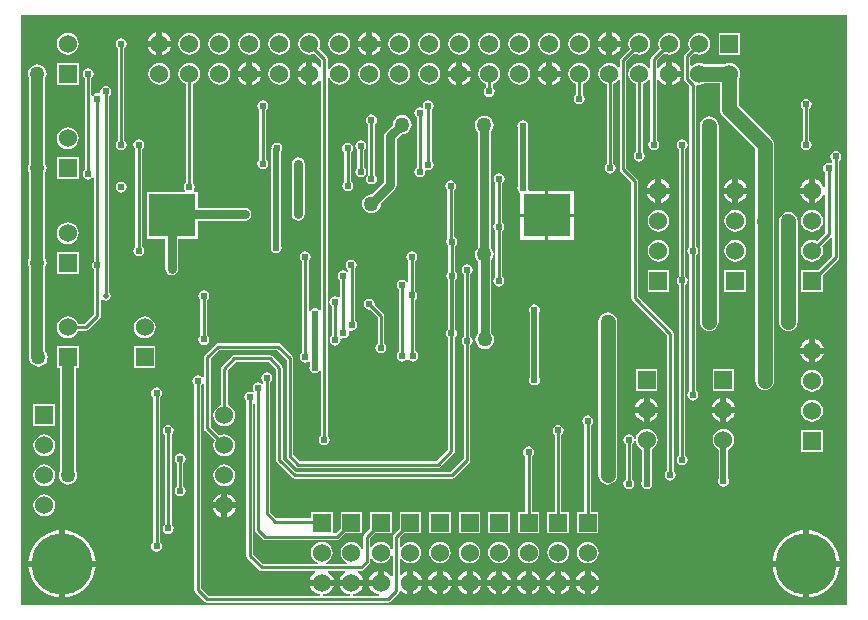
<source format=gbl>
G04*
G04 #@! TF.GenerationSoftware,Altium Limited,Altium Designer,18.1.9 (240)*
G04*
G04 Layer_Physical_Order=2*
G04 Layer_Color=16711680*
%FSTAX24Y24*%
%MOIN*%
G70*
G01*
G75*
%ADD13C,0.0100*%
%ADD47C,0.0200*%
%ADD48C,0.0400*%
%ADD50C,0.0500*%
%ADD51C,0.0300*%
%ADD53R,0.0600X0.0600*%
%ADD54C,0.0600*%
%ADD55C,0.2047*%
%ADD56R,0.0600X0.0600*%
%ADD57C,0.0240*%
%ADD58C,0.0197*%
%ADD59C,0.0500*%
%ADD60C,0.0240*%
%ADD61R,0.1575X0.1437*%
G36*
X037559Y01D02*
X01D01*
Y029685D01*
X037559D01*
X037559Y01D01*
D02*
G37*
%LPC*%
G36*
X021722Y029107D02*
Y028817D01*
X022012D01*
X022012Y028821D01*
X021971Y028918D01*
X021907Y029002D01*
X021824Y029066D01*
X021726Y029106D01*
X021722Y029107D01*
D02*
G37*
G36*
X029722D02*
Y028817D01*
X030012D01*
X030012Y028821D01*
X029971Y028918D01*
X029907Y029002D01*
X029824Y029066D01*
X029726Y029106D01*
X029722Y029107D01*
D02*
G37*
G36*
X014722D02*
Y028817D01*
X015012D01*
X015012Y028821D01*
X014971Y028918D01*
X014907Y029002D01*
X014824Y029066D01*
X014726Y029106D01*
X014722Y029107D01*
D02*
G37*
G36*
X014522D02*
X014518Y029106D01*
X01442Y029066D01*
X014337Y029002D01*
X014273Y028918D01*
X014232Y028821D01*
X014232Y028817D01*
X014522D01*
Y029107D01*
D02*
G37*
G36*
X021522D02*
X021518Y029106D01*
X02142Y029066D01*
X021337Y029002D01*
X021273Y028918D01*
X021232Y028821D01*
X021232Y028817D01*
X021522D01*
Y029107D01*
D02*
G37*
G36*
X029522D02*
X029518Y029106D01*
X02942Y029066D01*
X029337Y029002D01*
X029273Y028918D01*
X029232Y028821D01*
X029232Y028817D01*
X029522D01*
Y029107D01*
D02*
G37*
G36*
X033982Y029077D02*
X033262D01*
Y028357D01*
X033982D01*
Y029077D01*
D02*
G37*
G36*
X032622Y02908D02*
X032528Y029067D01*
X03244Y029031D01*
X032365Y028973D01*
X032308Y028898D01*
X032271Y028811D01*
X032259Y028717D01*
X032271Y028623D01*
X0323Y028553D01*
X032133Y028386D01*
X032108Y028349D01*
X0321Y028307D01*
X0321Y028307D01*
Y027547D01*
X0321Y027547D01*
X032108Y027504D01*
X032133Y027467D01*
X032289Y027311D01*
Y021953D01*
X032272Y021941D01*
X032232Y021881D01*
X032218Y021811D01*
X032232Y021741D01*
X032272Y021681D01*
X032289Y021669D01*
Y017149D01*
X032272Y017138D01*
X032232Y017078D01*
X032218Y017008D01*
X032232Y016938D01*
X032272Y016878D01*
X032331Y016838D01*
X032402Y016824D01*
X032472Y016838D01*
X032531Y016878D01*
X032571Y016938D01*
X032585Y017008D01*
X032571Y017078D01*
X032531Y017138D01*
X032514Y017149D01*
Y021669D01*
X032531Y021681D01*
X032571Y021741D01*
X032585Y021811D01*
X032571Y021881D01*
X032531Y021941D01*
X032514Y021953D01*
Y02732D01*
X032514Y027321D01*
X032562Y027361D01*
X032622Y027353D01*
X032716Y027366D01*
X032804Y027402D01*
X032806Y027404D01*
X033309D01*
Y026535D01*
X033309Y026535D01*
X033315Y026495D01*
X03332Y026455D01*
X033351Y026379D01*
X033401Y026314D01*
X03449Y025225D01*
Y022904D01*
X034485Y022892D01*
X034475Y022811D01*
X034485Y02273D01*
X03449Y022718D01*
Y01748D01*
X034501Y017399D01*
X034532Y017324D01*
X034582Y017259D01*
X034647Y01721D01*
X034722Y017178D01*
X034803Y017168D01*
X034884Y017178D01*
X034959Y01721D01*
X035024Y017259D01*
X035074Y017324D01*
X035105Y017399D01*
X035116Y01748D01*
Y022795D01*
X035116Y022795D01*
X035116Y022795D01*
Y025354D01*
X035116Y025354D01*
X03511Y025395D01*
X035105Y025435D01*
X035092Y025466D01*
X035074Y025511D01*
X035024Y025575D01*
X033935Y026665D01*
Y027533D01*
X033937Y027535D01*
X033973Y027623D01*
X033985Y027717D01*
X033973Y027811D01*
X033937Y027898D01*
X033879Y027973D01*
X033804Y028031D01*
X033716Y028067D01*
X033622Y02808D01*
X033528Y028067D01*
X03344Y028031D01*
X033438Y028029D01*
X032806D01*
X032804Y028031D01*
X032716Y028067D01*
X032622Y02808D01*
X032528Y028067D01*
X03244Y028031D01*
X032374Y02798D01*
X032324Y027995D01*
Y02826D01*
X032459Y028395D01*
X032528Y028366D01*
X032622Y028353D01*
X032716Y028366D01*
X032804Y028402D01*
X032879Y02846D01*
X032937Y028535D01*
X032973Y028623D01*
X032985Y028717D01*
X032973Y028811D01*
X032937Y028898D01*
X032879Y028973D01*
X032804Y029031D01*
X032716Y029067D01*
X032622Y02908D01*
D02*
G37*
G36*
X031622D02*
X031528Y029067D01*
X03144Y029031D01*
X031365Y028973D01*
X031308Y028898D01*
X031271Y028811D01*
X031259Y028717D01*
X031271Y028623D01*
X0313Y028553D01*
X031023Y028276D01*
X030999Y02824D01*
X03099Y028197D01*
X03099Y028197D01*
Y027899D01*
X03094Y027889D01*
X030937Y027898D01*
X030879Y027973D01*
X030804Y028031D01*
X030716Y028067D01*
X030622Y02808D01*
X030528Y028067D01*
X03044Y028031D01*
X030365Y027973D01*
X030308Y027898D01*
X030271Y027811D01*
X030259Y027717D01*
X030271Y027623D01*
X030308Y027535D01*
X030365Y02746D01*
X03044Y027402D01*
X03051Y027373D01*
Y02511D01*
X030492Y025098D01*
X030452Y025039D01*
X030439Y024969D01*
X030452Y024898D01*
X030492Y024839D01*
X030552Y024799D01*
X030622Y024785D01*
X030692Y024799D01*
X030752Y024839D01*
X030792Y024898D01*
X030806Y024969D01*
X030792Y025039D01*
X030752Y025098D01*
X030734Y02511D01*
Y027373D01*
X030804Y027402D01*
X030879Y02746D01*
X030937Y027535D01*
X03094Y027544D01*
X03099Y027534D01*
Y025496D01*
X030973Y025484D01*
X030933Y025425D01*
X030919Y025354D01*
X030933Y025284D01*
X030973Y025225D01*
X031032Y025185D01*
X031102Y025171D01*
X031173Y025185D01*
X031232Y025225D01*
X031272Y025284D01*
X031286Y025354D01*
X031272Y025425D01*
X031232Y025484D01*
X031215Y025496D01*
Y027524D01*
X031265Y027534D01*
X031273Y027515D01*
X031337Y027431D01*
X03142Y027367D01*
X031518Y027327D01*
X031522Y027326D01*
Y027717D01*
Y028107D01*
X031518Y028106D01*
X03142Y028066D01*
X031337Y028002D01*
X031273Y027918D01*
X031265Y027899D01*
X031215Y027909D01*
Y02815D01*
X031459Y028395D01*
X031528Y028366D01*
X031622Y028353D01*
X031716Y028366D01*
X031804Y028402D01*
X031879Y02846D01*
X031937Y028535D01*
X031973Y028623D01*
X031985Y028717D01*
X031973Y028811D01*
X031937Y028898D01*
X031879Y028973D01*
X031804Y029031D01*
X031716Y029067D01*
X031622Y02908D01*
D02*
G37*
G36*
X030622D02*
X030528Y029067D01*
X03044Y029031D01*
X030365Y028973D01*
X030308Y028898D01*
X030271Y028811D01*
X030259Y028717D01*
X030271Y028623D01*
X0303Y028553D01*
X029999Y028253D01*
X029975Y028216D01*
X029967Y028173D01*
X029967Y028173D01*
Y027941D01*
X029917Y027924D01*
X029879Y027973D01*
X029804Y028031D01*
X029716Y028067D01*
X029622Y02808D01*
X029528Y028067D01*
X02944Y028031D01*
X029365Y027973D01*
X029308Y027898D01*
X029271Y027811D01*
X029259Y027717D01*
X029271Y027623D01*
X029308Y027535D01*
X029365Y02746D01*
X02944Y027402D01*
X029528Y027366D01*
X029534Y027365D01*
Y024708D01*
X029516Y024697D01*
X029476Y024637D01*
X029462Y024567D01*
X029476Y024497D01*
X029516Y024437D01*
X029575Y024397D01*
X029646Y024383D01*
X029716Y024397D01*
X029775Y024437D01*
X029815Y024497D01*
X029829Y024567D01*
X029815Y024637D01*
X029775Y024697D01*
X029758Y024708D01*
Y027383D01*
X029804Y027402D01*
X029879Y02746D01*
X029917Y027509D01*
X029967Y027492D01*
Y024528D01*
X029967Y024528D01*
X029975Y024485D01*
X029999Y024448D01*
X03036Y024087D01*
Y020236D01*
X03036Y020236D01*
X030369Y020193D01*
X030393Y020157D01*
X031541Y019009D01*
Y014472D01*
X031524Y01446D01*
X031484Y014401D01*
X03147Y014331D01*
X031484Y01426D01*
X031524Y014201D01*
X031583Y014161D01*
X031654Y014147D01*
X031724Y014161D01*
X031783Y014201D01*
X031823Y01426D01*
X031837Y014331D01*
X031823Y014401D01*
X031783Y01446D01*
X031766Y014472D01*
Y019055D01*
X031757Y019098D01*
X031733Y019134D01*
X031733Y019134D01*
X030585Y020283D01*
Y024134D01*
X030576Y024177D01*
X030552Y024213D01*
X030552Y024213D01*
X030191Y024574D01*
Y028127D01*
X030459Y028395D01*
X030528Y028366D01*
X030622Y028353D01*
X030716Y028366D01*
X030804Y028402D01*
X030879Y02846D01*
X030937Y028535D01*
X030973Y028623D01*
X030985Y028717D01*
X030973Y028811D01*
X030937Y028898D01*
X030879Y028973D01*
X030804Y029031D01*
X030716Y029067D01*
X030622Y02908D01*
D02*
G37*
G36*
X028622D02*
X028528Y029067D01*
X02844Y029031D01*
X028365Y028973D01*
X028308Y028898D01*
X028271Y028811D01*
X028259Y028717D01*
X028271Y028623D01*
X028308Y028535D01*
X028365Y02846D01*
X02844Y028402D01*
X028528Y028366D01*
X028622Y028353D01*
X028716Y028366D01*
X028804Y028402D01*
X028879Y02846D01*
X028937Y028535D01*
X028973Y028623D01*
X028985Y028717D01*
X028973Y028811D01*
X028937Y028898D01*
X028879Y028973D01*
X028804Y029031D01*
X028716Y029067D01*
X028622Y02908D01*
D02*
G37*
G36*
X027622D02*
X027528Y029067D01*
X02744Y029031D01*
X027365Y028973D01*
X027308Y028898D01*
X027271Y028811D01*
X027259Y028717D01*
X027271Y028623D01*
X027308Y028535D01*
X027365Y02846D01*
X02744Y028402D01*
X027528Y028366D01*
X027622Y028353D01*
X027716Y028366D01*
X027804Y028402D01*
X027879Y02846D01*
X027937Y028535D01*
X027973Y028623D01*
X027985Y028717D01*
X027973Y028811D01*
X027937Y028898D01*
X027879Y028973D01*
X027804Y029031D01*
X027716Y029067D01*
X027622Y02908D01*
D02*
G37*
G36*
X026622D02*
X026528Y029067D01*
X02644Y029031D01*
X026365Y028973D01*
X026308Y028898D01*
X026271Y028811D01*
X026259Y028717D01*
X026271Y028623D01*
X026308Y028535D01*
X026365Y02846D01*
X02644Y028402D01*
X026528Y028366D01*
X026622Y028353D01*
X026716Y028366D01*
X026804Y028402D01*
X026879Y02846D01*
X026937Y028535D01*
X026973Y028623D01*
X026985Y028717D01*
X026973Y028811D01*
X026937Y028898D01*
X026879Y028973D01*
X026804Y029031D01*
X026716Y029067D01*
X026622Y02908D01*
D02*
G37*
G36*
X025622D02*
X025528Y029067D01*
X02544Y029031D01*
X025365Y028973D01*
X025308Y028898D01*
X025271Y028811D01*
X025259Y028717D01*
X025271Y028623D01*
X025308Y028535D01*
X025365Y02846D01*
X02544Y028402D01*
X025528Y028366D01*
X025622Y028353D01*
X025716Y028366D01*
X025804Y028402D01*
X025879Y02846D01*
X025937Y028535D01*
X025973Y028623D01*
X025985Y028717D01*
X025973Y028811D01*
X025937Y028898D01*
X025879Y028973D01*
X025804Y029031D01*
X025716Y029067D01*
X025622Y02908D01*
D02*
G37*
G36*
X024622D02*
X024528Y029067D01*
X02444Y029031D01*
X024365Y028973D01*
X024308Y028898D01*
X024271Y028811D01*
X024259Y028717D01*
X024271Y028623D01*
X024308Y028535D01*
X024365Y02846D01*
X02444Y028402D01*
X024528Y028366D01*
X024622Y028353D01*
X024716Y028366D01*
X024804Y028402D01*
X024879Y02846D01*
X024937Y028535D01*
X024973Y028623D01*
X024985Y028717D01*
X024973Y028811D01*
X024937Y028898D01*
X024879Y028973D01*
X024804Y029031D01*
X024716Y029067D01*
X024622Y02908D01*
D02*
G37*
G36*
X023622D02*
X023528Y029067D01*
X02344Y029031D01*
X023365Y028973D01*
X023308Y028898D01*
X023271Y028811D01*
X023259Y028717D01*
X023271Y028623D01*
X023308Y028535D01*
X023365Y02846D01*
X02344Y028402D01*
X023528Y028366D01*
X023622Y028353D01*
X023716Y028366D01*
X023804Y028402D01*
X023879Y02846D01*
X023937Y028535D01*
X023973Y028623D01*
X023985Y028717D01*
X023973Y028811D01*
X023937Y028898D01*
X023879Y028973D01*
X023804Y029031D01*
X023716Y029067D01*
X023622Y02908D01*
D02*
G37*
G36*
X022622D02*
X022528Y029067D01*
X02244Y029031D01*
X022365Y028973D01*
X022308Y028898D01*
X022271Y028811D01*
X022259Y028717D01*
X022271Y028623D01*
X022308Y028535D01*
X022365Y02846D01*
X02244Y028402D01*
X022528Y028366D01*
X022622Y028353D01*
X022716Y028366D01*
X022804Y028402D01*
X022879Y02846D01*
X022937Y028535D01*
X022973Y028623D01*
X022985Y028717D01*
X022973Y028811D01*
X022937Y028898D01*
X022879Y028973D01*
X022804Y029031D01*
X022716Y029067D01*
X022622Y02908D01*
D02*
G37*
G36*
X020622D02*
X020528Y029067D01*
X02044Y029031D01*
X020365Y028973D01*
X020308Y028898D01*
X020271Y028811D01*
X020259Y028717D01*
X020271Y028623D01*
X020308Y028535D01*
X020365Y02846D01*
X02044Y028402D01*
X020528Y028366D01*
X020622Y028353D01*
X020716Y028366D01*
X020804Y028402D01*
X020879Y02846D01*
X020937Y028535D01*
X020973Y028623D01*
X020985Y028717D01*
X020973Y028811D01*
X020937Y028898D01*
X020879Y028973D01*
X020804Y029031D01*
X020716Y029067D01*
X020622Y02908D01*
D02*
G37*
G36*
X018622D02*
X018528Y029067D01*
X01844Y029031D01*
X018365Y028973D01*
X018308Y028898D01*
X018271Y028811D01*
X018259Y028717D01*
X018271Y028623D01*
X018308Y028535D01*
X018365Y02846D01*
X01844Y028402D01*
X018528Y028366D01*
X018622Y028353D01*
X018716Y028366D01*
X018804Y028402D01*
X018879Y02846D01*
X018937Y028535D01*
X018973Y028623D01*
X018985Y028717D01*
X018973Y028811D01*
X018937Y028898D01*
X018879Y028973D01*
X018804Y029031D01*
X018716Y029067D01*
X018622Y02908D01*
D02*
G37*
G36*
X017622D02*
X017528Y029067D01*
X01744Y029031D01*
X017365Y028973D01*
X017308Y028898D01*
X017271Y028811D01*
X017259Y028717D01*
X017271Y028623D01*
X017308Y028535D01*
X017365Y02846D01*
X01744Y028402D01*
X017528Y028366D01*
X017622Y028353D01*
X017716Y028366D01*
X017804Y028402D01*
X017879Y02846D01*
X017937Y028535D01*
X017973Y028623D01*
X017985Y028717D01*
X017973Y028811D01*
X017937Y028898D01*
X017879Y028973D01*
X017804Y029031D01*
X017716Y029067D01*
X017622Y02908D01*
D02*
G37*
G36*
X016622D02*
X016528Y029067D01*
X01644Y029031D01*
X016365Y028973D01*
X016308Y028898D01*
X016271Y028811D01*
X016259Y028717D01*
X016271Y028623D01*
X016308Y028535D01*
X016365Y02846D01*
X01644Y028402D01*
X016528Y028366D01*
X016622Y028353D01*
X016716Y028366D01*
X016804Y028402D01*
X016879Y02846D01*
X016937Y028535D01*
X016973Y028623D01*
X016985Y028717D01*
X016973Y028811D01*
X016937Y028898D01*
X016879Y028973D01*
X016804Y029031D01*
X016716Y029067D01*
X016622Y02908D01*
D02*
G37*
G36*
X015622D02*
X015528Y029067D01*
X01544Y029031D01*
X015365Y028973D01*
X015308Y028898D01*
X015271Y028811D01*
X015259Y028717D01*
X015271Y028623D01*
X015308Y028535D01*
X015365Y02846D01*
X01544Y028402D01*
X015528Y028366D01*
X015622Y028353D01*
X015716Y028366D01*
X015804Y028402D01*
X015879Y02846D01*
X015937Y028535D01*
X015973Y028623D01*
X015985Y028717D01*
X015973Y028811D01*
X015937Y028898D01*
X015879Y028973D01*
X015804Y029031D01*
X015716Y029067D01*
X015622Y02908D01*
D02*
G37*
G36*
X011575D02*
X011481Y029067D01*
X011393Y029031D01*
X011318Y028973D01*
X01126Y028898D01*
X011224Y028811D01*
X011212Y028717D01*
X011224Y028623D01*
X01126Y028535D01*
X011318Y02846D01*
X011393Y028402D01*
X011481Y028366D01*
X011575Y028353D01*
X011669Y028366D01*
X011756Y028402D01*
X011832Y02846D01*
X011889Y028535D01*
X011926Y028623D01*
X011938Y028717D01*
X011926Y028811D01*
X011889Y028898D01*
X011832Y028973D01*
X011756Y029031D01*
X011669Y029067D01*
X011575Y02908D01*
D02*
G37*
G36*
X030012Y028617D02*
X029722D01*
Y028326D01*
X029726Y028327D01*
X029824Y028367D01*
X029907Y028431D01*
X029971Y028515D01*
X030012Y028612D01*
X030012Y028617D01*
D02*
G37*
G36*
X022012D02*
X021722D01*
Y028326D01*
X021726Y028327D01*
X021824Y028367D01*
X021907Y028431D01*
X021971Y028515D01*
X022012Y028612D01*
X022012Y028617D01*
D02*
G37*
G36*
X015012D02*
X014722D01*
Y028326D01*
X014726Y028327D01*
X014824Y028367D01*
X014907Y028431D01*
X014971Y028515D01*
X015012Y028612D01*
X015012Y028617D01*
D02*
G37*
G36*
X014522D02*
X014232D01*
X014232Y028612D01*
X014273Y028515D01*
X014337Y028431D01*
X01442Y028367D01*
X014518Y028327D01*
X014522Y028326D01*
Y028617D01*
D02*
G37*
G36*
X029522D02*
X029232D01*
X029232Y028612D01*
X029273Y028515D01*
X029337Y028431D01*
X02942Y028367D01*
X029518Y028327D01*
X029522Y028326D01*
Y028617D01*
D02*
G37*
G36*
X021522D02*
X021232D01*
X021232Y028612D01*
X021273Y028515D01*
X021337Y028431D01*
X02142Y028367D01*
X021518Y028327D01*
X021522Y028326D01*
Y028617D01*
D02*
G37*
G36*
X019622Y02908D02*
X019528Y029067D01*
X01944Y029031D01*
X019365Y028973D01*
X019308Y028898D01*
X019271Y028811D01*
X019259Y028717D01*
X019271Y028623D01*
X019308Y028535D01*
X019365Y02846D01*
X01944Y028402D01*
X019528Y028366D01*
X019622Y028353D01*
X019716Y028366D01*
X019785Y028395D01*
X020006Y028174D01*
Y027955D01*
X019956Y027938D01*
X019907Y028002D01*
X019824Y028066D01*
X019726Y028106D01*
X019722Y028107D01*
Y027717D01*
Y027326D01*
X019726Y027327D01*
X019824Y027367D01*
X019907Y027431D01*
X019956Y027495D01*
X020006Y027478D01*
Y019835D01*
X019956Y01982D01*
X019933Y019854D01*
X019873Y019894D01*
X019803Y019908D01*
X019733Y019894D01*
X019673Y019854D01*
X01965Y01982D01*
X0196Y019835D01*
Y021473D01*
X019618Y021484D01*
X019658Y021544D01*
X019672Y021614D01*
X019658Y021684D01*
X019618Y021744D01*
X019558Y021784D01*
X019488Y021798D01*
X019418Y021784D01*
X019358Y021744D01*
X019319Y021684D01*
X019305Y021614D01*
X019319Y021544D01*
X019358Y021484D01*
X019376Y021473D01*
Y018409D01*
X019358Y018397D01*
X019319Y018338D01*
X019305Y018268D01*
X019319Y018197D01*
X019358Y018138D01*
X019418Y018098D01*
X019488Y018084D01*
X019558Y018098D01*
X01959Y018119D01*
X01964Y018093D01*
Y017993D01*
X019634Y017984D01*
X01962Y017913D01*
X019634Y017843D01*
X019673Y017784D01*
X019733Y017744D01*
X019803Y01773D01*
X019873Y017744D01*
X019933Y017784D01*
X019956Y017818D01*
X020006Y017803D01*
Y015653D01*
X019988Y015642D01*
X019949Y015582D01*
X019935Y015512D01*
X019949Y015442D01*
X019988Y015382D01*
X020048Y015342D01*
X020118Y015328D01*
X020188Y015342D01*
X020248Y015382D01*
X020288Y015442D01*
X020302Y015512D01*
X020288Y015582D01*
X020248Y015642D01*
X02023Y015653D01*
Y027591D01*
X02028Y027601D01*
X020308Y027535D01*
X020365Y02746D01*
X02044Y027402D01*
X020528Y027366D01*
X020622Y027353D01*
X020716Y027366D01*
X020804Y027402D01*
X020879Y02746D01*
X020937Y027535D01*
X020973Y027623D01*
X020985Y027717D01*
X020973Y027811D01*
X020937Y027898D01*
X020879Y027973D01*
X020804Y028031D01*
X020716Y028067D01*
X020622Y02808D01*
X020528Y028067D01*
X02044Y028031D01*
X020365Y027973D01*
X020308Y027898D01*
X02028Y027832D01*
X02023Y027842D01*
Y02822D01*
X02023Y02822D01*
X020222Y028263D01*
X020197Y0283D01*
X019944Y028553D01*
X019973Y028623D01*
X019985Y028717D01*
X019973Y028811D01*
X019937Y028898D01*
X019879Y028973D01*
X019804Y029031D01*
X019716Y029067D01*
X019622Y02908D01*
D02*
G37*
G36*
X024722Y028107D02*
Y027817D01*
X025012D01*
X025012Y027821D01*
X024971Y027918D01*
X024907Y028002D01*
X024824Y028066D01*
X024726Y028106D01*
X024722Y028107D01*
D02*
G37*
G36*
X017722D02*
Y027817D01*
X018012D01*
X018012Y027821D01*
X017971Y027918D01*
X017907Y028002D01*
X017824Y028066D01*
X017726Y028106D01*
X017722Y028107D01*
D02*
G37*
G36*
X031722D02*
Y027817D01*
X032012D01*
X032012Y027821D01*
X031971Y027918D01*
X031907Y028002D01*
X031824Y028066D01*
X031726Y028106D01*
X031722Y028107D01*
D02*
G37*
G36*
X027722D02*
Y027817D01*
X028012D01*
X028012Y027821D01*
X027971Y027918D01*
X027907Y028002D01*
X027824Y028066D01*
X027726Y028106D01*
X027722Y028107D01*
D02*
G37*
G36*
X027522D02*
X027518Y028106D01*
X02742Y028066D01*
X027337Y028002D01*
X027273Y027918D01*
X027232Y027821D01*
X027232Y027817D01*
X027522D01*
Y028107D01*
D02*
G37*
G36*
X024522D02*
X024518Y028106D01*
X02442Y028066D01*
X024337Y028002D01*
X024273Y027918D01*
X024232Y027821D01*
X024232Y027817D01*
X024522D01*
Y028107D01*
D02*
G37*
G36*
X017522D02*
X017518Y028106D01*
X01742Y028066D01*
X017337Y028002D01*
X017273Y027918D01*
X017232Y027821D01*
X017232Y027817D01*
X017522D01*
Y028107D01*
D02*
G37*
G36*
X019522D02*
X019518Y028106D01*
X01942Y028066D01*
X019337Y028002D01*
X019273Y027918D01*
X019232Y027821D01*
X019232Y027817D01*
X019522D01*
Y028107D01*
D02*
G37*
G36*
X011935Y028077D02*
X011215D01*
Y027357D01*
X011935D01*
Y028077D01*
D02*
G37*
G36*
X026622Y02808D02*
X026528Y028067D01*
X02644Y028031D01*
X026365Y027973D01*
X026308Y027898D01*
X026271Y027811D01*
X026259Y027717D01*
X026271Y027623D01*
X026308Y027535D01*
X026365Y02746D01*
X02644Y027402D01*
X026528Y027366D01*
X026622Y027353D01*
X026716Y027366D01*
X026804Y027402D01*
X026879Y02746D01*
X026937Y027535D01*
X026973Y027623D01*
X026985Y027717D01*
X026973Y027811D01*
X026937Y027898D01*
X026879Y027973D01*
X026804Y028031D01*
X026716Y028067D01*
X026622Y02808D01*
D02*
G37*
G36*
X023622D02*
X023528Y028067D01*
X02344Y028031D01*
X023365Y027973D01*
X023308Y027898D01*
X023271Y027811D01*
X023259Y027717D01*
X023271Y027623D01*
X023308Y027535D01*
X023365Y02746D01*
X02344Y027402D01*
X023528Y027366D01*
X023622Y027353D01*
X023716Y027366D01*
X023804Y027402D01*
X023879Y02746D01*
X023937Y027535D01*
X023973Y027623D01*
X023985Y027717D01*
X023973Y027811D01*
X023937Y027898D01*
X023879Y027973D01*
X023804Y028031D01*
X023716Y028067D01*
X023622Y02808D01*
D02*
G37*
G36*
X022622D02*
X022528Y028067D01*
X02244Y028031D01*
X022365Y027973D01*
X022308Y027898D01*
X022271Y027811D01*
X022259Y027717D01*
X022271Y027623D01*
X022308Y027535D01*
X022365Y02746D01*
X02244Y027402D01*
X022528Y027366D01*
X022622Y027353D01*
X022716Y027366D01*
X022804Y027402D01*
X022879Y02746D01*
X022937Y027535D01*
X022973Y027623D01*
X022985Y027717D01*
X022973Y027811D01*
X022937Y027898D01*
X022879Y027973D01*
X022804Y028031D01*
X022716Y028067D01*
X022622Y02808D01*
D02*
G37*
G36*
X021622D02*
X021528Y028067D01*
X02144Y028031D01*
X021365Y027973D01*
X021308Y027898D01*
X021271Y027811D01*
X021259Y027717D01*
X021271Y027623D01*
X021308Y027535D01*
X021365Y02746D01*
X02144Y027402D01*
X021528Y027366D01*
X021622Y027353D01*
X021716Y027366D01*
X021804Y027402D01*
X021879Y02746D01*
X021937Y027535D01*
X021973Y027623D01*
X021985Y027717D01*
X021973Y027811D01*
X021937Y027898D01*
X021879Y027973D01*
X021804Y028031D01*
X021716Y028067D01*
X021622Y02808D01*
D02*
G37*
G36*
X018622D02*
X018528Y028067D01*
X01844Y028031D01*
X018365Y027973D01*
X018308Y027898D01*
X018271Y027811D01*
X018259Y027717D01*
X018271Y027623D01*
X018308Y027535D01*
X018365Y02746D01*
X01844Y027402D01*
X018528Y027366D01*
X018622Y027353D01*
X018716Y027366D01*
X018804Y027402D01*
X018879Y02746D01*
X018937Y027535D01*
X018973Y027623D01*
X018985Y027717D01*
X018973Y027811D01*
X018937Y027898D01*
X018879Y027973D01*
X018804Y028031D01*
X018716Y028067D01*
X018622Y02808D01*
D02*
G37*
G36*
X016622D02*
X016528Y028067D01*
X01644Y028031D01*
X016365Y027973D01*
X016308Y027898D01*
X016271Y027811D01*
X016259Y027717D01*
X016271Y027623D01*
X016308Y027535D01*
X016365Y02746D01*
X01644Y027402D01*
X016528Y027366D01*
X016622Y027353D01*
X016716Y027366D01*
X016804Y027402D01*
X016879Y02746D01*
X016937Y027535D01*
X016973Y027623D01*
X016985Y027717D01*
X016973Y027811D01*
X016937Y027898D01*
X016879Y027973D01*
X016804Y028031D01*
X016716Y028067D01*
X016622Y02808D01*
D02*
G37*
G36*
X014622D02*
X014528Y028067D01*
X01444Y028031D01*
X014365Y027973D01*
X014308Y027898D01*
X014271Y027811D01*
X014259Y027717D01*
X014271Y027623D01*
X014308Y027535D01*
X014365Y02746D01*
X01444Y027402D01*
X014528Y027366D01*
X014622Y027353D01*
X014716Y027366D01*
X014804Y027402D01*
X014879Y02746D01*
X014937Y027535D01*
X014973Y027623D01*
X014985Y027717D01*
X014973Y027811D01*
X014937Y027898D01*
X014879Y027973D01*
X014804Y028031D01*
X014716Y028067D01*
X014622Y02808D01*
D02*
G37*
G36*
X032012Y027617D02*
X031722D01*
Y027326D01*
X031726Y027327D01*
X031824Y027367D01*
X031907Y027431D01*
X031971Y027515D01*
X032012Y027612D01*
X032012Y027617D01*
D02*
G37*
G36*
X028012D02*
X027722D01*
Y027326D01*
X027726Y027327D01*
X027824Y027367D01*
X027907Y027431D01*
X027971Y027515D01*
X028012Y027612D01*
X028012Y027617D01*
D02*
G37*
G36*
X025012D02*
X024722D01*
Y027326D01*
X024726Y027327D01*
X024824Y027367D01*
X024907Y027431D01*
X024971Y027515D01*
X025012Y027612D01*
X025012Y027617D01*
D02*
G37*
G36*
X018012D02*
X017722D01*
Y027326D01*
X017726Y027327D01*
X017824Y027367D01*
X017907Y027431D01*
X017971Y027515D01*
X018012Y027612D01*
X018012Y027617D01*
D02*
G37*
G36*
X027522D02*
X027232D01*
X027232Y027612D01*
X027273Y027515D01*
X027337Y027431D01*
X02742Y027367D01*
X027518Y027327D01*
X027522Y027326D01*
Y027617D01*
D02*
G37*
G36*
X024522D02*
X024232D01*
X024232Y027612D01*
X024273Y027515D01*
X024337Y027431D01*
X02442Y027367D01*
X024518Y027327D01*
X024522Y027326D01*
Y027617D01*
D02*
G37*
G36*
X019522D02*
X019232D01*
X019232Y027612D01*
X019273Y027515D01*
X019337Y027431D01*
X01942Y027367D01*
X019518Y027327D01*
X019522Y027326D01*
Y027617D01*
D02*
G37*
G36*
X017522D02*
X017232D01*
X017232Y027612D01*
X017273Y027515D01*
X017337Y027431D01*
X01742Y027367D01*
X017518Y027327D01*
X017522Y027326D01*
Y027617D01*
D02*
G37*
G36*
X025622Y02808D02*
X025528Y028067D01*
X02544Y028031D01*
X025365Y027973D01*
X025308Y027898D01*
X025271Y027811D01*
X025259Y027717D01*
X025271Y027623D01*
X025308Y027535D01*
X025365Y02746D01*
X02544Y027402D01*
X02551Y027373D01*
Y027268D01*
X025492Y027256D01*
X025452Y027196D01*
X025439Y027126D01*
X025452Y027056D01*
X025492Y026996D01*
X025552Y026956D01*
X025622Y026942D01*
X025692Y026956D01*
X025752Y026996D01*
X025792Y027056D01*
X025806Y027126D01*
X025792Y027196D01*
X025752Y027256D01*
X025734Y027268D01*
Y027373D01*
X025804Y027402D01*
X025879Y02746D01*
X025937Y027535D01*
X025973Y027623D01*
X025985Y027717D01*
X025973Y027811D01*
X025937Y027898D01*
X025879Y027973D01*
X025804Y028031D01*
X025716Y028067D01*
X025622Y02808D01*
D02*
G37*
G36*
X028622D02*
X028528Y028067D01*
X02844Y028031D01*
X028365Y027973D01*
X028308Y027898D01*
X028271Y027811D01*
X028259Y027717D01*
X028271Y027623D01*
X028308Y027535D01*
X028365Y02746D01*
X02844Y027402D01*
X02851Y027373D01*
Y027031D01*
X028492Y02702D01*
X028452Y02696D01*
X028439Y02689D01*
X028452Y02682D01*
X028492Y02676D01*
X028552Y02672D01*
X028622Y026706D01*
X028692Y02672D01*
X028752Y02676D01*
X028792Y02682D01*
X028806Y02689D01*
X028792Y02696D01*
X028752Y02702D01*
X028734Y027031D01*
Y027373D01*
X028804Y027402D01*
X028879Y02746D01*
X028937Y027535D01*
X028973Y027623D01*
X028985Y027717D01*
X028973Y027811D01*
X028937Y027898D01*
X028879Y027973D01*
X028804Y028031D01*
X028716Y028067D01*
X028622Y02808D01*
D02*
G37*
G36*
X023583Y026837D02*
X023512Y026823D01*
X023453Y026783D01*
X023413Y026724D01*
X023399Y026654D01*
X023404Y026629D01*
X023397Y026618D01*
X023361Y02659D01*
X023307Y026601D01*
X023237Y026587D01*
X023177Y026547D01*
X023138Y026488D01*
X023124Y026417D01*
X023138Y026347D01*
X023177Y026288D01*
X023195Y026276D01*
Y02459D01*
X023177Y024579D01*
X023138Y024519D01*
X023124Y024449D01*
X023138Y024379D01*
X023177Y024319D01*
X023237Y024279D01*
X023307Y024265D01*
X023377Y024279D01*
X023437Y024319D01*
X023477Y024379D01*
X023491Y024449D01*
X023486Y024474D01*
X023493Y024484D01*
X023529Y024512D01*
X023583Y024502D01*
X023653Y024515D01*
X023712Y024555D01*
X023752Y024615D01*
X023766Y024685D01*
X023752Y024755D01*
X023712Y024815D01*
X023695Y024827D01*
Y026512D01*
X023712Y026524D01*
X023752Y026583D01*
X023766Y026654D01*
X023752Y026724D01*
X023712Y026783D01*
X023653Y026823D01*
X023583Y026837D01*
D02*
G37*
G36*
X022717Y026336D02*
X022636Y026326D01*
X02256Y026294D01*
X022495Y026245D01*
X022446Y02618D01*
X022415Y026105D01*
X022404Y026024D01*
X022405Y026015D01*
X022171Y025781D01*
X022125Y025712D01*
X022109Y02563D01*
Y024104D01*
X021702Y023697D01*
X021693Y023698D01*
X021612Y023688D01*
X021537Y023657D01*
X021472Y023607D01*
X021422Y023542D01*
X021391Y023467D01*
X02138Y023386D01*
X021391Y023305D01*
X021422Y023229D01*
X021472Y023165D01*
X021537Y023115D01*
X021612Y023084D01*
X021693Y023073D01*
X021774Y023084D01*
X021849Y023115D01*
X021914Y023165D01*
X021964Y023229D01*
X021995Y023305D01*
X022006Y023386D01*
X022004Y023395D01*
X022474Y023864D01*
X022521Y023934D01*
X022537Y024016D01*
Y025541D01*
X022708Y025712D01*
X022717Y025711D01*
X022797Y025722D01*
X022873Y025753D01*
X022938Y025803D01*
X022987Y025867D01*
X023019Y025943D01*
X023029Y026024D01*
X023019Y026105D01*
X022987Y02618D01*
X022938Y026245D01*
X022873Y026294D01*
X022797Y026326D01*
X022717Y026336D01*
D02*
G37*
G36*
X011575Y02593D02*
X011481Y025918D01*
X011393Y025881D01*
X011318Y025824D01*
X01126Y025748D01*
X011224Y025661D01*
X011212Y025567D01*
X011224Y025473D01*
X01126Y025385D01*
X011318Y02531D01*
X011393Y025252D01*
X011481Y025216D01*
X011575Y025204D01*
X011669Y025216D01*
X011756Y025252D01*
X011832Y02531D01*
X011889Y025385D01*
X011926Y025473D01*
X011938Y025567D01*
X011926Y025661D01*
X011889Y025748D01*
X011832Y025824D01*
X011756Y025881D01*
X011669Y025918D01*
X011575Y02593D01*
D02*
G37*
G36*
X036181Y026876D02*
X036111Y026862D01*
X036051Y026823D01*
X036012Y026763D01*
X035998Y026693D01*
X036012Y026623D01*
X036051Y026563D01*
X036069Y026551D01*
Y025496D01*
X036051Y025484D01*
X036012Y025425D01*
X035998Y025354D01*
X036012Y025284D01*
X036051Y025225D01*
X036111Y025185D01*
X036181Y025171D01*
X036251Y025185D01*
X036311Y025225D01*
X036351Y025284D01*
X036365Y025354D01*
X036351Y025425D01*
X036311Y025484D01*
X036293Y025496D01*
Y026551D01*
X036311Y026563D01*
X036351Y026623D01*
X036365Y026693D01*
X036351Y026763D01*
X036311Y026823D01*
X036251Y026862D01*
X036181Y026876D01*
D02*
G37*
G36*
X013346Y0289D02*
X013276Y028886D01*
X013217Y028846D01*
X013177Y028787D01*
X013163Y028717D01*
X013177Y028646D01*
X013217Y028587D01*
X013234Y028575D01*
Y025496D01*
X013217Y025484D01*
X013177Y025425D01*
X013163Y025354D01*
X013177Y025284D01*
X013217Y025225D01*
X013276Y025185D01*
X013346Y025171D01*
X013417Y025185D01*
X013476Y025225D01*
X013516Y025284D01*
X01353Y025354D01*
X013516Y025425D01*
X013476Y025484D01*
X013459Y025496D01*
Y028575D01*
X013476Y028587D01*
X013516Y028646D01*
X01353Y028717D01*
X013516Y028787D01*
X013476Y028846D01*
X013417Y028886D01*
X013346Y0289D01*
D02*
G37*
G36*
X037165Y025144D02*
X037095Y02513D01*
X037036Y02509D01*
X036996Y025031D01*
X036982Y024961D01*
X036996Y02489D01*
X037036Y024831D01*
X037053Y024819D01*
Y024754D01*
X037009Y02473D01*
X036999Y024736D01*
X036929Y02475D01*
X036859Y024736D01*
X036799Y024697D01*
X03676Y024637D01*
X036746Y024567D01*
X03676Y024497D01*
X036799Y024437D01*
X036817Y024425D01*
Y023922D01*
X036768Y023915D01*
X036727Y024013D01*
X036663Y024096D01*
X03658Y02416D01*
X036482Y024201D01*
X036478Y024201D01*
Y023811D01*
Y023421D01*
X036482Y023421D01*
X03658Y023462D01*
X036663Y023526D01*
X036727Y023609D01*
X036768Y023707D01*
X036817Y0237D01*
Y022409D01*
X036541Y022133D01*
X036472Y022162D01*
X036378Y022174D01*
X036284Y022162D01*
X036196Y022125D01*
X036121Y022068D01*
X036063Y021993D01*
X036027Y021905D01*
X036015Y021811D01*
X036027Y021717D01*
X036063Y021629D01*
X036121Y021554D01*
X036196Y021497D01*
X036284Y02146D01*
X036378Y021448D01*
X036472Y02146D01*
X03656Y021497D01*
X036635Y021554D01*
X036692Y021629D01*
X036729Y021717D01*
X036741Y021811D01*
X036729Y021905D01*
X0367Y021974D01*
X037003Y022278D01*
X037025Y022274D01*
X037053Y02226D01*
Y021645D01*
X036579Y021171D01*
X036018D01*
Y020451D01*
X036738D01*
Y021012D01*
X037245Y021519D01*
X037245Y021519D01*
X037269Y021556D01*
X037278Y021598D01*
Y024819D01*
X037295Y024831D01*
X037335Y02489D01*
X037349Y024961D01*
X037335Y025031D01*
X037295Y02509D01*
X037236Y02513D01*
X037165Y025144D01*
D02*
G37*
G36*
X018071Y026837D02*
X018001Y026823D01*
X017941Y026783D01*
X017901Y026724D01*
X017887Y026654D01*
X017901Y026583D01*
X017941Y026524D01*
X017959Y026512D01*
Y024866D01*
X017941Y024854D01*
X017901Y024795D01*
X017887Y024724D01*
X017901Y024654D01*
X017941Y024595D01*
X018001Y024555D01*
X018071Y024541D01*
X018141Y024555D01*
X018201Y024595D01*
X01824Y024654D01*
X018254Y024724D01*
X01824Y024795D01*
X018201Y024854D01*
X018183Y024866D01*
Y026512D01*
X018201Y026524D01*
X01824Y026583D01*
X018254Y026654D01*
X01824Y026724D01*
X018201Y026783D01*
X018141Y026823D01*
X018071Y026837D01*
D02*
G37*
G36*
X021339Y025498D02*
X021268Y025485D01*
X021209Y025445D01*
X021169Y025385D01*
X021155Y025315D01*
X021169Y025245D01*
X021209Y025185D01*
X021226Y025173D01*
Y02459D01*
X021209Y024579D01*
X021169Y024519D01*
X021155Y024449D01*
X021169Y024379D01*
X021209Y024319D01*
X021268Y024279D01*
X021339Y024265D01*
X021409Y024279D01*
X021468Y024319D01*
X021508Y024379D01*
X021522Y024449D01*
X021508Y024519D01*
X021468Y024579D01*
X021451Y02459D01*
Y025173D01*
X021468Y025185D01*
X021508Y025245D01*
X021522Y025315D01*
X021508Y025385D01*
X021468Y025445D01*
X021409Y025485D01*
X021339Y025498D01*
D02*
G37*
G36*
X011935Y024927D02*
X011215D01*
Y024207D01*
X011935D01*
Y024927D01*
D02*
G37*
G36*
X021693Y026365D02*
X021623Y026351D01*
X021563Y026311D01*
X021523Y026251D01*
X021509Y026181D01*
X021523Y026111D01*
X021563Y026051D01*
X021581Y02604D01*
Y024354D01*
X021563Y024342D01*
X021523Y024283D01*
X021509Y024213D01*
X021523Y024142D01*
X021563Y024083D01*
X021623Y024043D01*
X021693Y024029D01*
X021763Y024043D01*
X021823Y024083D01*
X021862Y024142D01*
X021876Y024213D01*
X021862Y024283D01*
X021823Y024342D01*
X021805Y024354D01*
Y02604D01*
X021823Y026051D01*
X021862Y026111D01*
X021876Y026181D01*
X021862Y026251D01*
X021823Y026311D01*
X021763Y026351D01*
X021693Y026365D01*
D02*
G37*
G36*
X033919Y024201D02*
Y023911D01*
X034209D01*
X034209Y023915D01*
X034168Y024013D01*
X034104Y024096D01*
X034021Y02416D01*
X033923Y024201D01*
X033919Y024201D01*
D02*
G37*
G36*
X033719D02*
X033714Y024201D01*
X033617Y02416D01*
X033534Y024096D01*
X03347Y024013D01*
X033429Y023915D01*
X033429Y023911D01*
X033719D01*
Y024201D01*
D02*
G37*
G36*
X036278D02*
X036274Y024201D01*
X036176Y02416D01*
X036093Y024096D01*
X036029Y024013D01*
X035988Y023915D01*
X035988Y023911D01*
X036278D01*
Y024201D01*
D02*
G37*
G36*
X03136D02*
Y023911D01*
X03165D01*
X03165Y023915D01*
X031609Y024013D01*
X031545Y024096D01*
X031462Y02416D01*
X031364Y024201D01*
X03136Y024201D01*
D02*
G37*
G36*
X03116D02*
X031155Y024201D01*
X031058Y02416D01*
X030975Y024096D01*
X03091Y024013D01*
X03087Y023915D01*
X03087Y023911D01*
X03116D01*
Y024201D01*
D02*
G37*
G36*
X020896Y02541D02*
X020825Y025396D01*
X020766Y025356D01*
X020726Y025297D01*
X020712Y025226D01*
X020726Y025156D01*
X020766Y025097D01*
X020784Y025085D01*
Y024111D01*
X020776Y024106D01*
X020736Y024047D01*
X020722Y023976D01*
X020736Y023906D01*
X020776Y023847D01*
X020835Y023807D01*
X020906Y023793D01*
X020976Y023807D01*
X021035Y023847D01*
X021075Y023906D01*
X021089Y023976D01*
X021075Y024047D01*
X021035Y024106D01*
X021008Y024125D01*
Y025085D01*
X021025Y025097D01*
X021065Y025156D01*
X021079Y025226D01*
X021065Y025297D01*
X021025Y025356D01*
X020966Y025396D01*
X020896Y02541D01*
D02*
G37*
G36*
X013346Y024121D02*
X013276Y024107D01*
X013217Y024067D01*
X013177Y024007D01*
X013163Y023937D01*
X013177Y023867D01*
X013217Y023807D01*
X013276Y023767D01*
X013346Y023753D01*
X013417Y023767D01*
X013476Y023807D01*
X013516Y023867D01*
X01353Y023937D01*
X013516Y024007D01*
X013476Y024067D01*
X013417Y024107D01*
X013346Y024121D01*
D02*
G37*
G36*
X033719Y023711D02*
X033429D01*
X033429Y023707D01*
X03347Y023609D01*
X033534Y023526D01*
X033617Y023462D01*
X033714Y023421D01*
X033719Y023421D01*
Y023711D01*
D02*
G37*
G36*
X03165Y023711D02*
X03136D01*
Y023421D01*
X031364Y023421D01*
X031462Y023462D01*
X031545Y023526D01*
X031609Y023609D01*
X03165Y023707D01*
X03165Y023711D01*
D02*
G37*
G36*
X036278Y023711D02*
X035988D01*
X035988Y023707D01*
X036029Y023609D01*
X036093Y023526D01*
X036176Y023462D01*
X036274Y023421D01*
X036278Y023421D01*
Y023711D01*
D02*
G37*
G36*
X03116Y023711D02*
X03087D01*
X03087Y023707D01*
X03091Y023609D01*
X030975Y023526D01*
X031058Y023462D01*
X031155Y023421D01*
X03116Y023421D01*
Y023711D01*
D02*
G37*
G36*
X034209Y023711D02*
X033919D01*
Y023421D01*
X033923Y023421D01*
X034021Y023462D01*
X034104Y023526D01*
X034168Y023609D01*
X034209Y023707D01*
X034209Y023711D01*
D02*
G37*
G36*
X02843Y023811D02*
X027593D01*
Y023042D01*
X02843D01*
Y023811D01*
D02*
G37*
G36*
X026732Y026168D02*
X026662Y026154D01*
X026603Y026114D01*
X026563Y026054D01*
X026549Y025984D01*
X026563Y025914D01*
X026569Y025904D01*
Y023977D01*
X026563Y023968D01*
X026549Y023898D01*
X026563Y023827D01*
X026603Y023768D01*
X026655Y023733D01*
Y023042D01*
X027493D01*
Y023811D01*
X026946D01*
X026908Y023861D01*
X026916Y023898D01*
X026902Y023968D01*
X026895Y023977D01*
Y025904D01*
X026902Y025914D01*
X026916Y025984D01*
X026902Y026054D01*
X026862Y026114D01*
X026803Y026154D01*
X026732Y026168D01*
D02*
G37*
G36*
X019252Y024939D02*
X01917Y024922D01*
X019101Y024876D01*
X019054Y024806D01*
X019038Y024724D01*
Y023031D01*
X019054Y02295D01*
X019101Y02288D01*
X01917Y022834D01*
X019252Y022817D01*
X019334Y022834D01*
X019403Y02288D01*
X01945Y02295D01*
X019466Y023031D01*
Y024724D01*
X01945Y024806D01*
X019403Y024876D01*
X019334Y024922D01*
X019252Y024939D01*
D02*
G37*
G36*
X036378Y023174D02*
X036284Y023162D01*
X036196Y023125D01*
X036121Y023068D01*
X036063Y022993D01*
X036027Y022905D01*
X036015Y022811D01*
X036027Y022717D01*
X036063Y022629D01*
X036121Y022554D01*
X036196Y022497D01*
X036284Y02246D01*
X036378Y022448D01*
X036472Y02246D01*
X03656Y022497D01*
X036635Y022554D01*
X036692Y022629D01*
X036729Y022717D01*
X036741Y022811D01*
X036729Y022905D01*
X036692Y022993D01*
X036635Y023068D01*
X03656Y023125D01*
X036472Y023162D01*
X036378Y023174D01*
D02*
G37*
G36*
X033819D02*
X033725Y023162D01*
X033637Y023125D01*
X033562Y023068D01*
X033504Y022993D01*
X033468Y022905D01*
X033456Y022811D01*
X033468Y022717D01*
X033504Y022629D01*
X033562Y022554D01*
X033637Y022497D01*
X033725Y02246D01*
X033819Y022448D01*
X033913Y02246D01*
X034Y022497D01*
X034076Y022554D01*
X034133Y022629D01*
X03417Y022717D01*
X034182Y022811D01*
X03417Y022905D01*
X034133Y022993D01*
X034076Y023068D01*
X034Y023125D01*
X033913Y023162D01*
X033819Y023174D01*
D02*
G37*
G36*
X03126D02*
X031166Y023162D01*
X031078Y023125D01*
X031003Y023068D01*
X030945Y022993D01*
X030909Y022905D01*
X030897Y022811D01*
X030909Y022717D01*
X030945Y022629D01*
X031003Y022554D01*
X031078Y022497D01*
X031166Y02246D01*
X03126Y022448D01*
X031354Y02246D01*
X031441Y022497D01*
X031517Y022554D01*
X031574Y022629D01*
X031611Y022717D01*
X031623Y022811D01*
X031611Y022905D01*
X031574Y022993D01*
X031517Y023068D01*
X031441Y023125D01*
X031354Y023162D01*
X03126Y023174D01*
D02*
G37*
G36*
X02843Y022942D02*
X027593D01*
Y022174D01*
X02843D01*
Y022942D01*
D02*
G37*
G36*
X027493D02*
X026655D01*
Y022174D01*
X027493D01*
Y022942D01*
D02*
G37*
G36*
X011575Y022765D02*
X011481Y022752D01*
X011393Y022716D01*
X011318Y022658D01*
X01126Y022583D01*
X011224Y022496D01*
X011212Y022402D01*
X011224Y022308D01*
X01126Y02222D01*
X011318Y022145D01*
X011393Y022087D01*
X011481Y022051D01*
X011575Y022038D01*
X011669Y022051D01*
X011756Y022087D01*
X011832Y022145D01*
X011889Y02222D01*
X011926Y022308D01*
X011938Y022402D01*
X011926Y022496D01*
X011889Y022583D01*
X011832Y022658D01*
X011756Y022716D01*
X011669Y022752D01*
X011575Y022765D01*
D02*
G37*
G36*
X018543Y02542D02*
X018473Y025406D01*
X018414Y025366D01*
X018374Y025306D01*
X01836Y025236D01*
X018362Y025225D01*
X01836Y025217D01*
Y021989D01*
X018354Y02198D01*
X01834Y021909D01*
X018354Y021839D01*
X018394Y02178D01*
X018453Y02174D01*
X018524Y021726D01*
X018594Y02174D01*
X018653Y02178D01*
X018693Y021839D01*
X018707Y021909D01*
X018693Y02198D01*
X018687Y021989D01*
Y025127D01*
X018713Y025166D01*
X018727Y025236D01*
X018713Y025306D01*
X018673Y025366D01*
X018614Y025406D01*
X018543Y02542D01*
D02*
G37*
G36*
X013937Y025538D02*
X013867Y025524D01*
X013807Y025484D01*
X013767Y025425D01*
X013753Y025354D01*
X013767Y025284D01*
X013807Y025225D01*
X013825Y025213D01*
Y021953D01*
X013807Y021941D01*
X013767Y021881D01*
X013753Y021811D01*
X013767Y021741D01*
X013807Y021681D01*
X013867Y021641D01*
X013937Y021628D01*
X014007Y021641D01*
X014067Y021681D01*
X014107Y021741D01*
X014121Y021811D01*
X014107Y021881D01*
X014067Y021941D01*
X014049Y021953D01*
Y025213D01*
X014067Y025225D01*
X014107Y025284D01*
X014121Y025354D01*
X014107Y025425D01*
X014067Y025484D01*
X014007Y025524D01*
X013937Y025538D01*
D02*
G37*
G36*
X033819Y022174D02*
X033725Y022162D01*
X033637Y022125D01*
X033562Y022068D01*
X033504Y021993D01*
X033468Y021905D01*
X033456Y021811D01*
X033468Y021717D01*
X033504Y021629D01*
X033562Y021554D01*
X033637Y021497D01*
X033725Y02146D01*
X033819Y021448D01*
X033913Y02146D01*
X034Y021497D01*
X034076Y021554D01*
X034133Y021629D01*
X03417Y021717D01*
X034182Y021811D01*
X03417Y021905D01*
X034133Y021993D01*
X034076Y022068D01*
X034Y022125D01*
X033913Y022162D01*
X033819Y022174D01*
D02*
G37*
G36*
X03126D02*
X031166Y022162D01*
X031078Y022125D01*
X031003Y022068D01*
X030945Y021993D01*
X030909Y021905D01*
X030897Y021811D01*
X030909Y021717D01*
X030945Y021629D01*
X031003Y021554D01*
X031078Y021497D01*
X031166Y02146D01*
X03126Y021448D01*
X031354Y02146D01*
X031441Y021497D01*
X031517Y021554D01*
X031574Y021629D01*
X031611Y021717D01*
X031623Y021811D01*
X031611Y021905D01*
X031574Y021993D01*
X031517Y022068D01*
X031441Y022125D01*
X031354Y022162D01*
X03126Y022174D01*
D02*
G37*
G36*
X021024Y021522D02*
X020953Y021508D01*
X020894Y021468D01*
X020854Y021409D01*
X02084Y021339D01*
X020854Y021268D01*
X020894Y021209D01*
X020921Y02119D01*
Y021139D01*
X020898Y021126D01*
X020871Y021118D01*
X020818Y021154D01*
X020748Y021168D01*
X020678Y021154D01*
X020618Y021114D01*
X020578Y021055D01*
X020564Y020984D01*
X020578Y020914D01*
X020618Y020854D01*
X020646Y020836D01*
Y020273D01*
X020623Y02026D01*
X020596Y020252D01*
X020543Y020288D01*
X020472Y020302D01*
X020402Y020288D01*
X020343Y020248D01*
X020303Y020188D01*
X020289Y020118D01*
X020303Y020048D01*
X020343Y019988D01*
X02037Y01997D01*
Y01897D01*
X020352Y018959D01*
X020313Y018899D01*
X020299Y018829D01*
X020313Y018758D01*
X020352Y018699D01*
X020412Y018659D01*
X020482Y018645D01*
X020553Y018659D01*
X020612Y018699D01*
X020652Y018758D01*
X020666Y018829D01*
X020657Y018876D01*
X020668Y01889D01*
X020698Y018913D01*
X020758Y018901D01*
X020828Y018915D01*
X020888Y018955D01*
X020928Y019014D01*
X020941Y019085D01*
X020932Y019132D01*
X020944Y019147D01*
X020974Y019169D01*
X021033Y019157D01*
X021104Y019171D01*
X021163Y019211D01*
X021203Y01927D01*
X021217Y019341D01*
X021203Y019411D01*
X021163Y01947D01*
X021146Y019482D01*
Y021204D01*
X021153Y021209D01*
X021193Y021268D01*
X021207Y021339D01*
X021193Y021409D01*
X021153Y021468D01*
X021094Y021508D01*
X021024Y021522D01*
D02*
G37*
G36*
X011935Y021762D02*
X011215D01*
Y021042D01*
X011935D01*
Y021762D01*
D02*
G37*
G36*
X015622Y02808D02*
X015528Y028067D01*
X01544Y028031D01*
X015365Y027973D01*
X015308Y027898D01*
X015271Y027811D01*
X015259Y027717D01*
X015271Y027623D01*
X015308Y027535D01*
X015365Y02746D01*
X01544Y027402D01*
X01551Y027373D01*
Y024079D01*
X015492Y024067D01*
X015452Y024007D01*
X015439Y023937D01*
X015452Y023867D01*
X015483Y023821D01*
X015464Y023771D01*
X014209D01*
Y022214D01*
X014819D01*
Y021227D01*
X014835Y021145D01*
X014882Y021075D01*
X014888Y021069D01*
X014957Y021023D01*
X015039Y021006D01*
X015121Y021023D01*
X015191Y021069D01*
X015237Y021139D01*
X015253Y02122D01*
X015247Y021252D01*
Y022214D01*
X015903D01*
Y022817D01*
X01748D01*
X017562Y022834D01*
X017632Y02288D01*
X017678Y02295D01*
X017694Y023031D01*
X017678Y023113D01*
X017632Y023183D01*
X017562Y023229D01*
X01748Y023246D01*
X015903D01*
Y023771D01*
X01578D01*
X015761Y023821D01*
X015792Y023867D01*
X015806Y023937D01*
X015792Y024007D01*
X015752Y024067D01*
X015734Y024079D01*
Y027373D01*
X015804Y027402D01*
X015879Y02746D01*
X015937Y027535D01*
X015973Y027623D01*
X015985Y027717D01*
X015973Y027811D01*
X015937Y027898D01*
X015879Y027973D01*
X015804Y028031D01*
X015716Y028067D01*
X015622Y02808D01*
D02*
G37*
G36*
X023031Y021798D02*
X022961Y021784D01*
X022902Y021744D01*
X022862Y021684D01*
X022848Y021614D01*
X022862Y021544D01*
X022902Y021484D01*
X022919Y021473D01*
Y02078D01*
X022869Y020765D01*
X022846Y020799D01*
X022787Y020839D01*
X022717Y020853D01*
X022646Y020839D01*
X022587Y020799D01*
X022547Y02074D01*
X022533Y020669D01*
X022547Y020599D01*
X022587Y02054D01*
X022604Y020528D01*
Y018449D01*
X022587Y018437D01*
X022547Y018377D01*
X022533Y018307D01*
X022547Y018237D01*
X022587Y018177D01*
X022646Y018138D01*
X022717Y018124D01*
X022787Y018138D01*
X022846Y018177D01*
X022864Y018203D01*
X022924D01*
X022941Y018177D01*
X023001Y018138D01*
X023071Y018124D01*
X023141Y018138D01*
X023201Y018177D01*
X02324Y018237D01*
X023254Y018307D01*
X02324Y018377D01*
X023201Y018437D01*
X023155Y018467D01*
Y020185D01*
X023173Y020197D01*
X023213Y020257D01*
X023227Y020327D01*
X023213Y020397D01*
X023173Y020457D01*
X023144Y020476D01*
Y021473D01*
X023161Y021484D01*
X023201Y021544D01*
X023215Y021614D01*
X023201Y021684D01*
X023161Y021744D01*
X023102Y021784D01*
X023031Y021798D01*
D02*
G37*
G36*
X025945Y024396D02*
X025875Y024382D01*
X025815Y024342D01*
X025775Y024283D01*
X025761Y024213D01*
X025775Y024142D01*
X025815Y024083D01*
X025819Y02408D01*
Y022766D01*
X025801Y022754D01*
X025762Y022694D01*
X025748Y022624D01*
X025762Y022554D01*
X025801Y022494D01*
X025819Y022482D01*
Y020943D01*
X025801Y020931D01*
X025762Y020871D01*
X025748Y020801D01*
X025762Y020731D01*
X025801Y020671D01*
X025861Y020632D01*
X025931Y020618D01*
X026001Y020632D01*
X026061Y020671D01*
X026101Y020731D01*
X026115Y020801D01*
X026101Y020871D01*
X026061Y020931D01*
X026043Y020943D01*
Y022482D01*
X026061Y022494D01*
X026101Y022554D01*
X026115Y022624D01*
X026101Y022694D01*
X026061Y022754D01*
X026043Y022766D01*
Y024062D01*
X026075Y024083D01*
X026114Y024142D01*
X026128Y024213D01*
X026114Y024283D01*
X026075Y024342D01*
X026015Y024382D01*
X025945Y024396D01*
D02*
G37*
G36*
X034179Y021171D02*
X033459D01*
Y020451D01*
X034179D01*
Y021171D01*
D02*
G37*
G36*
X03162D02*
X0309D01*
Y020451D01*
X03162D01*
Y021171D01*
D02*
G37*
G36*
X012244Y0279D02*
X012174Y027886D01*
X012114Y027846D01*
X012075Y027787D01*
X012061Y027717D01*
X012075Y027646D01*
X012114Y027587D01*
X012132Y027575D01*
Y024512D01*
X012114Y0245D01*
X012075Y02444D01*
X012061Y02437D01*
X012075Y0243D01*
X012114Y02424D01*
X012174Y024201D01*
X012244Y024187D01*
X012314Y024201D01*
X012374Y02424D01*
X012397Y024275D01*
X012447Y02426D01*
Y02148D01*
X012429Y021468D01*
X01239Y021409D01*
X012376Y021339D01*
X01239Y021268D01*
X012429Y021209D01*
X012447Y021197D01*
Y019692D01*
X012135Y01938D01*
X011918D01*
X011889Y019449D01*
X011832Y019524D01*
X011756Y019582D01*
X011669Y019618D01*
X011575Y019631D01*
X011481Y019618D01*
X011393Y019582D01*
X011318Y019524D01*
X01126Y019449D01*
X011224Y019362D01*
X011212Y019268D01*
X011224Y019174D01*
X01126Y019086D01*
X011318Y019011D01*
X011393Y018953D01*
X011481Y018917D01*
X011575Y018905D01*
X011669Y018917D01*
X011756Y018953D01*
X011832Y019011D01*
X011889Y019086D01*
X011918Y019156D01*
X012181D01*
X012181Y019156D01*
X012224Y019164D01*
X01226Y019188D01*
X012638Y019566D01*
X012638Y019566D01*
X012663Y019603D01*
X012671Y019646D01*
Y020184D01*
X01272Y020201D01*
X012773Y020166D01*
X012835Y020153D01*
X012896Y020166D01*
X012949Y020201D01*
X012984Y020253D01*
X012996Y020315D01*
X012984Y020377D01*
X012949Y020429D01*
X012947Y020431D01*
Y026984D01*
X012964Y026996D01*
X013004Y027056D01*
X013018Y027126D01*
X013004Y027196D01*
X012964Y027256D01*
X012905Y027296D01*
X012835Y02731D01*
X012764Y027296D01*
X012705Y027256D01*
X012665Y027196D01*
X012651Y027126D01*
X012656Y027101D01*
X012649Y02709D01*
X012613Y027063D01*
X012559Y027073D01*
X012489Y027059D01*
X012429Y02702D01*
X012406Y026985D01*
X012356Y027D01*
Y027575D01*
X012374Y027587D01*
X012414Y027646D01*
X012428Y027717D01*
X012414Y027787D01*
X012374Y027846D01*
X012314Y027886D01*
X012244Y0279D01*
D02*
G37*
G36*
X035591Y023108D02*
X03551Y023097D01*
X035434Y023066D01*
X035369Y023016D01*
X03532Y022952D01*
X035289Y022876D01*
X035278Y022795D01*
Y019449D01*
X035289Y019368D01*
X03532Y019292D01*
X035369Y019228D01*
X035434Y019178D01*
X03551Y019147D01*
X035591Y019136D01*
X035671Y019147D01*
X035747Y019178D01*
X035812Y019228D01*
X035861Y019292D01*
X035893Y019368D01*
X035903Y019449D01*
Y022795D01*
X035893Y022876D01*
X035861Y022952D01*
X035812Y023016D01*
X035747Y023066D01*
X035671Y023097D01*
X035591Y023108D01*
D02*
G37*
G36*
X032953Y026297D02*
X032872Y026286D01*
X032796Y026255D01*
X032732Y026205D01*
X032682Y026141D01*
X032651Y026065D01*
X03264Y025984D01*
Y022795D01*
Y019449D01*
X032651Y019368D01*
X032682Y019292D01*
X032732Y019228D01*
X032796Y019178D01*
X032872Y019147D01*
X032953Y019136D01*
X033034Y019147D01*
X033109Y019178D01*
X033174Y019228D01*
X033224Y019292D01*
X033255Y019368D01*
X033265Y019449D01*
Y022795D01*
Y025984D01*
X033255Y026065D01*
X033224Y026141D01*
X033174Y026205D01*
X033109Y026255D01*
X033034Y026286D01*
X032953Y026297D01*
D02*
G37*
G36*
X014134Y019631D02*
X01404Y019618D01*
X013952Y019582D01*
X013877Y019524D01*
X013819Y019449D01*
X013783Y019362D01*
X013771Y019268D01*
X013783Y019174D01*
X013819Y019086D01*
X013877Y019011D01*
X013952Y018953D01*
X01404Y018917D01*
X014134Y018905D01*
X014228Y018917D01*
X014315Y018953D01*
X014391Y019011D01*
X014448Y019086D01*
X014485Y019174D01*
X014497Y019268D01*
X014485Y019362D01*
X014448Y019449D01*
X014391Y019524D01*
X014315Y019582D01*
X014228Y019618D01*
X014134Y019631D01*
D02*
G37*
G36*
X016102Y020498D02*
X016032Y020485D01*
X015973Y020445D01*
X015933Y020385D01*
X015919Y020315D01*
X015933Y020245D01*
X015973Y020185D01*
X01599Y020173D01*
Y019D01*
X015973Y018988D01*
X015933Y018928D01*
X015919Y018858D01*
X015933Y018788D01*
X015973Y018728D01*
X016032Y018689D01*
X016102Y018675D01*
X016173Y018689D01*
X016232Y018728D01*
X016272Y018788D01*
X016286Y018858D01*
X016272Y018928D01*
X016232Y018988D01*
X016215Y019D01*
Y020173D01*
X016232Y020185D01*
X016272Y020245D01*
X016286Y020315D01*
X016272Y020385D01*
X016232Y020445D01*
X016173Y020485D01*
X016102Y020498D01*
D02*
G37*
G36*
X036478Y018871D02*
Y01858D01*
X036768D01*
X036768Y018585D01*
X036727Y018682D01*
X036663Y018766D01*
X03658Y01883D01*
X036482Y01887D01*
X036478Y018871D01*
D02*
G37*
G36*
X036278D02*
X036274Y01887D01*
X036176Y01883D01*
X036093Y018766D01*
X036029Y018682D01*
X035988Y018585D01*
X035988Y01858D01*
X036278D01*
Y018871D01*
D02*
G37*
G36*
X025453Y026317D02*
X025372Y026306D01*
X025296Y026275D01*
X025232Y026225D01*
X025182Y02616D01*
X025151Y026085D01*
X02514Y026004D01*
X025151Y025923D01*
X025182Y025848D01*
X025232Y025783D01*
X025239Y025777D01*
Y021919D01*
X025232Y021914D01*
X025182Y021849D01*
X025151Y021774D01*
X02514Y021693D01*
X025151Y021612D01*
X025182Y021537D01*
X025232Y021472D01*
X025258Y021451D01*
Y019085D01*
X025251Y019079D01*
X025202Y019015D01*
X02517Y018939D01*
X02516Y018858D01*
X02517Y018777D01*
X025202Y018702D01*
X025251Y018637D01*
X025316Y018587D01*
X025392Y018556D01*
X025472Y018546D01*
X025553Y018556D01*
X025629Y018587D01*
X025694Y018637D01*
X025743Y018702D01*
X025774Y018777D01*
X025785Y018858D01*
X025774Y018939D01*
X025743Y019015D01*
X025694Y019079D01*
X025687Y019085D01*
Y021488D01*
X025724Y021537D01*
X025755Y021612D01*
X025765Y021693D01*
X025755Y021774D01*
X025724Y021849D01*
X025674Y021914D01*
X025667Y021919D01*
Y025777D01*
X025674Y025783D01*
X025724Y025848D01*
X025755Y025923D01*
X025765Y026004D01*
X025755Y026085D01*
X025724Y02616D01*
X025674Y026225D01*
X025609Y026275D01*
X025534Y026306D01*
X025453Y026317D01*
D02*
G37*
G36*
X021614Y020223D02*
X021544Y020209D01*
X021484Y020169D01*
X021445Y02011D01*
X021431Y020039D01*
X021445Y019969D01*
X021484Y01991D01*
X021544Y01987D01*
X021614Y019856D01*
X021635Y01986D01*
X021896Y019599D01*
Y018724D01*
X021878Y018712D01*
X021838Y018653D01*
X021824Y018583D01*
X021838Y018512D01*
X021878Y018453D01*
X021938Y018413D01*
X022008Y018399D01*
X022078Y018413D01*
X022138Y018453D01*
X022177Y018512D01*
X022191Y018583D01*
X022177Y018653D01*
X022138Y018712D01*
X02212Y018724D01*
Y019646D01*
X022111Y019689D01*
X022087Y019725D01*
X022087Y019725D01*
X021794Y020019D01*
X021798Y020039D01*
X021784Y02011D01*
X021744Y020169D01*
X021684Y020209D01*
X021614Y020223D01*
D02*
G37*
G36*
X036768Y01838D02*
X036478D01*
Y01809D01*
X036482Y018091D01*
X03658Y018131D01*
X036663Y018195D01*
X036727Y018279D01*
X036768Y018376D01*
X036768Y01838D01*
D02*
G37*
G36*
X036278D02*
X035988D01*
X035988Y018376D01*
X036029Y018279D01*
X036093Y018195D01*
X036176Y018131D01*
X036274Y018091D01*
X036278Y01809D01*
Y01838D01*
D02*
G37*
G36*
X010551Y028029D02*
X01047Y028019D01*
X010395Y027987D01*
X01033Y027938D01*
X01028Y027873D01*
X010249Y027797D01*
X010239Y027717D01*
X010249Y027636D01*
X01028Y02756D01*
X010289Y027549D01*
Y024734D01*
X01028Y024723D01*
X010249Y024648D01*
X010239Y024567D01*
X010249Y024486D01*
X01028Y024411D01*
X010289Y024399D01*
Y021585D01*
X01028Y021574D01*
X010249Y021498D01*
X010239Y021417D01*
X010249Y021336D01*
X01028Y021261D01*
X010289Y02125D01*
Y01835D01*
X010289Y018349D01*
X010278Y018268D01*
X010289Y018187D01*
X01032Y018111D01*
X010369Y018047D01*
X010434Y017997D01*
X01051Y017966D01*
X010591Y017955D01*
X010671Y017966D01*
X010747Y017997D01*
X010812Y018047D01*
X010861Y018111D01*
X010893Y018187D01*
X010903Y018268D01*
X010893Y018349D01*
X010861Y018424D01*
X010813Y018486D01*
Y02125D01*
X010822Y021261D01*
X010853Y021336D01*
X010864Y021417D01*
X010853Y021498D01*
X010822Y021574D01*
X010813Y021585D01*
Y024399D01*
X010822Y024411D01*
X010853Y024486D01*
X010864Y024567D01*
X010853Y024648D01*
X010822Y024723D01*
X010813Y024734D01*
Y027549D01*
X010822Y02756D01*
X010853Y027636D01*
X010864Y027717D01*
X010853Y027797D01*
X010822Y027873D01*
X010772Y027938D01*
X010708Y027987D01*
X010632Y028019D01*
X010551Y028029D01*
D02*
G37*
G36*
X014494Y018628D02*
X013774D01*
Y017908D01*
X014494D01*
Y018628D01*
D02*
G37*
G36*
X027126Y020026D02*
X027056Y020012D01*
X026996Y019972D01*
X026956Y019913D01*
X026942Y019843D01*
X026956Y019772D01*
X026963Y019763D01*
Y017592D01*
X026956Y017582D01*
X026942Y017512D01*
X026956Y017442D01*
X026996Y017382D01*
X027056Y017342D01*
X027126Y017328D01*
X027196Y017342D01*
X027256Y017382D01*
X027296Y017442D01*
X02731Y017512D01*
X027296Y017582D01*
X027289Y017592D01*
Y019763D01*
X027296Y019772D01*
X02731Y019843D01*
X027296Y019913D01*
X027256Y019972D01*
X027196Y020012D01*
X027126Y020026D01*
D02*
G37*
G36*
X033785Y017872D02*
X033065D01*
Y017152D01*
X033785D01*
Y017872D01*
D02*
G37*
G36*
X031226D02*
X030506D01*
Y017152D01*
X031226D01*
Y017872D01*
D02*
G37*
G36*
X036378Y017843D02*
X036284Y017831D01*
X036196Y017795D01*
X036121Y017737D01*
X036063Y017662D01*
X036027Y017574D01*
X036015Y01748D01*
X036027Y017386D01*
X036063Y017299D01*
X036121Y017224D01*
X036196Y017166D01*
X036284Y01713D01*
X036378Y017117D01*
X036472Y01713D01*
X03656Y017166D01*
X036635Y017224D01*
X036692Y017299D01*
X036729Y017386D01*
X036741Y01748D01*
X036729Y017574D01*
X036692Y017662D01*
X036635Y017737D01*
X03656Y017795D01*
X036472Y017831D01*
X036378Y017843D01*
D02*
G37*
G36*
X030966Y016902D02*
Y016612D01*
X031256D01*
X031256Y016616D01*
X031216Y016714D01*
X031151Y016797D01*
X031068Y016861D01*
X030971Y016902D01*
X030966Y016902D01*
D02*
G37*
G36*
X030766D02*
X030762Y016902D01*
X030664Y016861D01*
X030581Y016797D01*
X030517Y016714D01*
X030476Y016616D01*
X030476Y016612D01*
X030766D01*
Y016902D01*
D02*
G37*
G36*
X033525D02*
Y016612D01*
X033815D01*
X033815Y016616D01*
X033775Y016714D01*
X03371Y016797D01*
X033627Y016861D01*
X03353Y016902D01*
X033525Y016902D01*
D02*
G37*
G36*
X033325D02*
X033321Y016902D01*
X033223Y016861D01*
X03314Y016797D01*
X033076Y016714D01*
X033035Y016616D01*
X033035Y016612D01*
X033325D01*
Y016902D01*
D02*
G37*
G36*
Y016412D02*
X033035D01*
X033035Y016407D01*
X033076Y01631D01*
X03314Y016227D01*
X033223Y016162D01*
X033321Y016122D01*
X033325Y016122D01*
Y016412D01*
D02*
G37*
G36*
X031256Y016412D02*
X030966D01*
Y016122D01*
X030971Y016122D01*
X031068Y016162D01*
X031151Y016227D01*
X031216Y01631D01*
X031256Y016407D01*
X031256Y016412D01*
D02*
G37*
G36*
X030766D02*
X030476D01*
X030476Y016407D01*
X030517Y01631D01*
X030581Y016227D01*
X030664Y016162D01*
X030762Y016122D01*
X030766Y016122D01*
Y016412D01*
D02*
G37*
G36*
X033815Y016412D02*
X033525D01*
Y016122D01*
X03353Y016122D01*
X033627Y016162D01*
X03371Y016227D01*
X033775Y01631D01*
X033815Y016407D01*
X033815Y016412D01*
D02*
G37*
G36*
X036378Y016843D02*
X036284Y016831D01*
X036196Y016795D01*
X036121Y016737D01*
X036063Y016662D01*
X036027Y016574D01*
X036015Y01648D01*
X036027Y016386D01*
X036063Y016299D01*
X036121Y016224D01*
X036196Y016166D01*
X036284Y01613D01*
X036378Y016117D01*
X036472Y01613D01*
X03656Y016166D01*
X036635Y016224D01*
X036692Y016299D01*
X036729Y016386D01*
X036741Y01648D01*
X036729Y016574D01*
X036692Y016662D01*
X036635Y016737D01*
X03656Y016795D01*
X036472Y016831D01*
X036378Y016843D01*
D02*
G37*
G36*
X011147Y016691D02*
X010427D01*
Y015971D01*
X011147D01*
Y016691D01*
D02*
G37*
G36*
X030866Y015875D02*
X030772Y015863D01*
X030685Y015826D01*
X030609Y015769D01*
X030552Y015693D01*
X030515Y015606D01*
X030507Y01554D01*
X030506Y015533D01*
X030455Y015532D01*
X030453Y015541D01*
X030445Y015582D01*
X030405Y015642D01*
X030346Y015681D01*
X030276Y015695D01*
X030205Y015681D01*
X030146Y015642D01*
X030106Y015582D01*
X030092Y015512D01*
X030106Y015442D01*
X030146Y015382D01*
X030163Y01537D01*
Y014197D01*
X030146Y014185D01*
X030106Y014125D01*
X030092Y014055D01*
X030106Y013985D01*
X030146Y013925D01*
X030205Y013886D01*
X030276Y013872D01*
X030346Y013886D01*
X030405Y013925D01*
X030445Y013985D01*
X030459Y014055D01*
X030445Y014125D01*
X030405Y014185D01*
X030388Y014197D01*
Y01537D01*
X030405Y015382D01*
X030445Y015442D01*
X030453Y015483D01*
X030455Y015492D01*
X030506Y01549D01*
X030507Y015483D01*
X030515Y015418D01*
X030552Y01533D01*
X030609Y015255D01*
X030685Y015197D01*
X030703Y01519D01*
Y014135D01*
X030697Y014125D01*
X030683Y014055D01*
X030697Y013985D01*
X030736Y013925D01*
X030796Y013886D01*
X030866Y013872D01*
X030936Y013886D01*
X030996Y013925D01*
X031036Y013985D01*
X03105Y014055D01*
X031036Y014125D01*
X031029Y014135D01*
Y01519D01*
X031048Y015197D01*
X031123Y015255D01*
X031181Y01533D01*
X031217Y015418D01*
X031229Y015512D01*
X031217Y015606D01*
X031181Y015693D01*
X031123Y015769D01*
X031048Y015826D01*
X03096Y015863D01*
X030866Y015875D01*
D02*
G37*
G36*
X036738Y01584D02*
X036018D01*
Y01512D01*
X036738D01*
Y01584D01*
D02*
G37*
G36*
X010787Y015694D02*
X010693Y015681D01*
X010606Y015645D01*
X010531Y015587D01*
X010473Y015512D01*
X010437Y015425D01*
X010424Y015331D01*
X010437Y015237D01*
X010473Y015149D01*
X010531Y015074D01*
X010606Y015016D01*
X010693Y01498D01*
X010787Y014968D01*
X010881Y01498D01*
X010969Y015016D01*
X011044Y015074D01*
X011102Y015149D01*
X011138Y015237D01*
X011151Y015331D01*
X011138Y015425D01*
X011102Y015512D01*
X011044Y015587D01*
X010969Y015645D01*
X010881Y015681D01*
X010787Y015694D01*
D02*
G37*
G36*
X024331Y02416D02*
X02426Y024146D01*
X024201Y024106D01*
X024161Y024047D01*
X024147Y023976D01*
X024161Y023906D01*
X024201Y023847D01*
X024219Y023835D01*
Y022218D01*
X024202Y022194D01*
X024189Y022124D01*
X024202Y022054D01*
X024242Y021994D01*
X024258Y021984D01*
Y021126D01*
X02424Y021114D01*
X024201Y021054D01*
X024187Y020984D01*
X024201Y020914D01*
X02424Y020854D01*
X024248Y020849D01*
Y019226D01*
X02423Y019214D01*
X024191Y019155D01*
X024177Y019085D01*
X024191Y019014D01*
X02423Y018955D01*
X024248Y018943D01*
Y015194D01*
X023851Y014797D01*
X019298D01*
X019089Y015007D01*
Y018228D01*
X019089Y018228D01*
X01908Y018271D01*
X019056Y018308D01*
X019056Y018308D01*
X018662Y018701D01*
X018626Y018726D01*
X018583Y018734D01*
X018583Y018734D01*
X016575D01*
X016532Y018726D01*
X016495Y018701D01*
X016495Y018701D01*
X016141Y018347D01*
X016117Y018311D01*
X016108Y018268D01*
X016108Y018268D01*
Y017591D01*
X016058Y017576D01*
X016035Y01761D01*
X015976Y01765D01*
X015906Y017664D01*
X015835Y01765D01*
X015776Y01761D01*
X015736Y017551D01*
X015722Y01748D01*
X015736Y01741D01*
X015776Y017351D01*
X015793Y017339D01*
Y010512D01*
X015793Y010512D01*
X015802Y010469D01*
X015826Y010432D01*
X016141Y010118D01*
X016141Y010118D01*
X016178Y010093D01*
X01622Y010085D01*
X01622Y010085D01*
X022244D01*
X022244Y010085D01*
X022287Y010093D01*
X022323Y010118D01*
X022599Y010393D01*
X022599Y010393D01*
X022623Y01043D01*
X022632Y010472D01*
X022632Y010472D01*
Y010486D01*
X022682Y010503D01*
X022707Y010471D01*
X02279Y010407D01*
X022888Y010366D01*
X022892Y010366D01*
Y010756D01*
Y011146D01*
X022888Y011146D01*
X02279Y011105D01*
X022707Y011041D01*
X022682Y011009D01*
X022632Y011026D01*
Y011555D01*
X022663Y011568D01*
X022682Y011569D01*
X022735Y011499D01*
X022811Y011441D01*
X022898Y011405D01*
X022992Y011393D01*
X023086Y011405D01*
X023174Y011441D01*
X023249Y011499D01*
X023307Y011574D01*
X023343Y011662D01*
X023355Y011756D01*
X023343Y01185D01*
X023307Y011937D01*
X023249Y012013D01*
X023174Y01207D01*
X023086Y012107D01*
X022992Y012119D01*
X022898Y012107D01*
X022811Y01207D01*
X022735Y012013D01*
X022682Y011943D01*
X022663Y011944D01*
X022632Y011957D01*
Y012237D01*
X022791Y012396D01*
X023352D01*
Y013116D01*
X022632D01*
Y012555D01*
X02244Y012363D01*
X022416Y012326D01*
X022408Y012283D01*
X022408Y012283D01*
Y011858D01*
X022359Y01185D01*
X022322Y011937D01*
X022265Y012013D01*
X022189Y01207D01*
X022102Y012107D01*
X022008Y012119D01*
X021914Y012107D01*
X021826Y01207D01*
X021751Y012013D01*
X021698Y011943D01*
X021679Y011944D01*
X021648Y011957D01*
Y012237D01*
X021806Y012396D01*
X022368D01*
Y013116D01*
X021648D01*
Y012555D01*
X021456Y012363D01*
X021432Y012326D01*
X021423Y012283D01*
X021423Y012283D01*
Y011858D01*
X021374Y01185D01*
X021338Y011937D01*
X02128Y012013D01*
X021205Y01207D01*
X021118Y012107D01*
X021024Y012119D01*
X02093Y012107D01*
X020842Y01207D01*
X020767Y012013D01*
X020709Y011937D01*
X020673Y01185D01*
X020661Y011756D01*
X020673Y011662D01*
X020709Y011574D01*
X020767Y011499D01*
X020842Y011441D01*
X020889Y011422D01*
X020879Y011372D01*
X020184D01*
X020174Y011422D01*
X020221Y011441D01*
X020296Y011499D01*
X020354Y011574D01*
X02039Y011662D01*
X020402Y011756D01*
X02039Y01185D01*
X020354Y011937D01*
X020296Y012013D01*
X020221Y01207D01*
X020133Y012107D01*
X020039Y012119D01*
X019945Y012107D01*
X019858Y01207D01*
X019783Y012013D01*
X019725Y011937D01*
X019689Y01185D01*
X019676Y011756D01*
X019689Y011662D01*
X019725Y011574D01*
X019783Y011499D01*
X019858Y011441D01*
X019905Y011422D01*
X019895Y011372D01*
X018078D01*
X01775Y0117D01*
Y016734D01*
X017751Y016735D01*
X017801Y016708D01*
Y01252D01*
X017801Y01252D01*
X01781Y012477D01*
X017834Y01244D01*
X01807Y012204D01*
X01807Y012204D01*
X018107Y01218D01*
X01815Y012171D01*
X01815Y012171D01*
X020551D01*
X020551Y012171D01*
X020594Y01218D01*
X02063Y012204D01*
X020822Y012396D01*
X021384D01*
Y013116D01*
X020664D01*
Y012555D01*
X020505Y012396D01*
X020449D01*
X020399Y012396D01*
Y013116D01*
X019679D01*
Y0129D01*
X018519D01*
X018313Y013106D01*
Y017445D01*
X018331Y017457D01*
X01837Y017516D01*
X018384Y017587D01*
X01837Y017657D01*
X018331Y017716D01*
X018271Y017756D01*
X018201Y01777D01*
X018131Y017756D01*
X018071Y017716D01*
X018031Y017657D01*
X018017Y017587D01*
X018031Y017516D01*
X018071Y017457D01*
X018089Y017445D01*
Y017396D01*
X01806Y017382D01*
X018039Y017377D01*
X017984Y017414D01*
X017913Y017428D01*
X017843Y017414D01*
X017784Y017374D01*
X017744Y017314D01*
X01773Y017244D01*
X017744Y017174D01*
X017771Y017133D01*
X017769Y017118D01*
X017714Y017095D01*
X017708Y017099D01*
X017638Y017113D01*
X017568Y017099D01*
X017508Y017059D01*
X017468Y016999D01*
X017454Y016929D01*
X017468Y016859D01*
X017508Y016799D01*
X017526Y016788D01*
Y011654D01*
X017526Y011654D01*
X017534Y011611D01*
X017558Y011574D01*
X017952Y011181D01*
X017952Y011181D01*
X017989Y011156D01*
X018031Y011148D01*
X018032Y011148D01*
X019815D01*
X019819Y01114D01*
X019828Y011098D01*
X019754Y011041D01*
X01969Y010958D01*
X01965Y01086D01*
X019649Y010856D01*
X020039D01*
X02043D01*
X020429Y01086D01*
X020389Y010958D01*
X020325Y011041D01*
X020251Y011098D01*
X02026Y01114D01*
X020264Y011148D01*
X020799D01*
X020803Y01114D01*
X020812Y011098D01*
X020738Y011041D01*
X020674Y010958D01*
X020634Y01086D01*
X020633Y010856D01*
X021024D01*
X021414D01*
X021413Y01086D01*
X021373Y010958D01*
X021309Y011041D01*
X021235Y011098D01*
X021244Y01114D01*
X021248Y011148D01*
X021339D01*
X021339Y011148D01*
X021381Y011156D01*
X021418Y011181D01*
X021615Y011377D01*
X021639Y011414D01*
X021648Y011457D01*
X021648Y011457D01*
Y011555D01*
X021679Y011568D01*
X021698Y011569D01*
X021751Y011499D01*
X021826Y011441D01*
X021914Y011405D01*
X022008Y011393D01*
X022102Y011405D01*
X022189Y011441D01*
X022265Y011499D01*
X022322Y011574D01*
X022359Y011662D01*
X022408Y011654D01*
Y010967D01*
X022358Y010957D01*
X022357Y010958D01*
X022293Y011041D01*
X02221Y011105D01*
X022112Y011146D01*
X022108Y011146D01*
Y010756D01*
X022008D01*
Y010656D01*
X021618D01*
X021618Y010651D01*
X021658Y010554D01*
X021723Y010471D01*
X021806Y010407D01*
X021903Y010366D01*
X021958Y010359D01*
X021955Y010309D01*
X021077D01*
X021073Y010359D01*
X021128Y010366D01*
X021225Y010407D01*
X021309Y010471D01*
X021373Y010554D01*
X021413Y010651D01*
X021414Y010656D01*
X021024D01*
X020633D01*
X020634Y010651D01*
X020674Y010554D01*
X020738Y010471D01*
X020822Y010407D01*
X020919Y010366D01*
X020974Y010359D01*
X020971Y010309D01*
X020092D01*
X020089Y010359D01*
X020144Y010366D01*
X020241Y010407D01*
X020325Y010471D01*
X020389Y010554D01*
X020429Y010651D01*
X02043Y010656D01*
X020039D01*
X019649D01*
X01965Y010651D01*
X01969Y010554D01*
X019754Y010471D01*
X019838Y010407D01*
X019935Y010366D01*
X01999Y010359D01*
X019986Y010309D01*
X016267D01*
X016018Y010558D01*
Y017339D01*
X016035Y017351D01*
X016058Y017385D01*
X016108Y01737D01*
Y015898D01*
X016108Y015898D01*
X016117Y015855D01*
X016141Y015818D01*
X016465Y015494D01*
X016437Y015425D01*
X016424Y015331D01*
X016437Y015237D01*
X016473Y015149D01*
X016531Y015074D01*
X016606Y015016D01*
X016693Y01498D01*
X016787Y014968D01*
X016881Y01498D01*
X016969Y015016D01*
X017044Y015074D01*
X017102Y015149D01*
X017138Y015237D01*
X017151Y015331D01*
X017138Y015425D01*
X017102Y015512D01*
X017044Y015587D01*
X016969Y015645D01*
X016881Y015681D01*
X016787Y015694D01*
X016693Y015681D01*
X016624Y015653D01*
X016333Y015944D01*
Y018221D01*
X016621Y01851D01*
X018536D01*
X018864Y018182D01*
Y014961D01*
X018864Y014961D01*
X018873Y014918D01*
X018897Y014881D01*
X019173Y014606D01*
X019173Y014606D01*
X019209Y014581D01*
X019252Y014573D01*
X019252Y014573D01*
X023898D01*
X023898Y014573D01*
X023941Y014581D01*
X023977Y014606D01*
X02444Y015068D01*
X02444Y015068D01*
X024464Y015105D01*
X024472Y015148D01*
X024472Y015148D01*
Y018943D01*
X02449Y018955D01*
X02453Y019014D01*
X024544Y019085D01*
X02453Y019155D01*
X02449Y019214D01*
X024482Y01922D01*
Y020843D01*
X0245Y020854D01*
X02454Y020914D01*
X024554Y020984D01*
X02454Y021054D01*
X0245Y021114D01*
X024482Y021126D01*
Y021981D01*
X024502Y021994D01*
X024542Y022054D01*
X024556Y022124D01*
X024542Y022194D01*
X024502Y022254D01*
X024443Y022293D01*
Y023835D01*
X02446Y023847D01*
X0245Y023906D01*
X024514Y023976D01*
X0245Y024047D01*
X02446Y024106D01*
X024401Y024146D01*
X024331Y02416D01*
D02*
G37*
G36*
X032047Y025538D02*
X031977Y025524D01*
X031917Y025484D01*
X031878Y025425D01*
X031864Y025354D01*
X031878Y025284D01*
X031917Y025225D01*
X031935Y025213D01*
Y020968D01*
X031917Y020957D01*
X031878Y020897D01*
X031864Y020827D01*
X031878Y020757D01*
X031917Y020697D01*
X031935Y020685D01*
Y014984D01*
X031917Y014972D01*
X031878Y014913D01*
X031864Y014843D01*
X031878Y014772D01*
X031917Y014713D01*
X031977Y014673D01*
X032047Y014659D01*
X032117Y014673D01*
X032177Y014713D01*
X032217Y014772D01*
X032231Y014843D01*
X032217Y014913D01*
X032177Y014972D01*
X032159Y014984D01*
Y020685D01*
X032177Y020697D01*
X032217Y020757D01*
X032231Y020827D01*
X032217Y020897D01*
X032177Y020957D01*
X032159Y020968D01*
Y025213D01*
X032177Y025225D01*
X032217Y025284D01*
X032231Y025354D01*
X032217Y025425D01*
X032177Y025484D01*
X032117Y025524D01*
X032047Y025538D01*
D02*
G37*
G36*
X024882Y021365D02*
X024812Y021351D01*
X024752Y021311D01*
X024712Y021251D01*
X024698Y021181D01*
X024712Y021111D01*
X024752Y021051D01*
X02477Y02104D01*
Y01896D01*
X024752Y018949D01*
X024712Y018889D01*
X024698Y018819D01*
X024712Y018749D01*
X024752Y018689D01*
X02477Y018677D01*
Y014889D01*
X024324Y014443D01*
X01918D01*
X018734Y014889D01*
Y017913D01*
X018734Y017913D01*
X018726Y017956D01*
X018701Y017993D01*
X018701Y017993D01*
X018386Y018308D01*
X01835Y018332D01*
X018307Y018341D01*
X018307Y018341D01*
X017126D01*
X017083Y018332D01*
X017047Y018308D01*
X017047Y018308D01*
X016708Y017969D01*
X016684Y017933D01*
X016675Y01789D01*
X016675Y01789D01*
Y016674D01*
X016606Y016645D01*
X016531Y016587D01*
X016473Y016512D01*
X016437Y016425D01*
X016424Y016331D01*
X016437Y016237D01*
X016473Y016149D01*
X016531Y016074D01*
X016606Y016016D01*
X016693Y01598D01*
X016787Y015968D01*
X016881Y01598D01*
X016969Y016016D01*
X017044Y016074D01*
X017102Y016149D01*
X017138Y016237D01*
X017151Y016331D01*
X017138Y016425D01*
X017102Y016512D01*
X017044Y016587D01*
X016969Y016645D01*
X0169Y016674D01*
Y017843D01*
X017172Y018116D01*
X018261D01*
X01851Y017867D01*
Y014843D01*
X01851Y014843D01*
X018518Y0148D01*
X018543Y014763D01*
X019055Y014251D01*
X019091Y014227D01*
X019134Y014219D01*
X019134Y014219D01*
X02437D01*
X02437Y014219D01*
X024413Y014227D01*
X024449Y014251D01*
X024961Y014763D01*
X024986Y0148D01*
X024994Y014843D01*
X024994Y014843D01*
Y018677D01*
X025012Y018689D01*
X025051Y018749D01*
X025065Y018819D01*
X025051Y018889D01*
X025012Y018949D01*
X024994Y01896D01*
Y02104D01*
X025012Y021051D01*
X025051Y021111D01*
X025065Y021181D01*
X025051Y021251D01*
X025012Y021311D01*
X024952Y021351D01*
X024882Y021365D01*
D02*
G37*
G36*
X029567Y019761D02*
X029486Y019751D01*
X029411Y01972D01*
X029346Y01967D01*
X029296Y019605D01*
X029265Y01953D01*
X02926Y019489D01*
X029254Y019449D01*
X029254Y019449D01*
Y014331D01*
X029265Y01425D01*
X029296Y014174D01*
X029346Y01411D01*
X029411Y01406D01*
X029486Y014029D01*
X029567Y014018D01*
X029648Y014029D01*
X029723Y01406D01*
X029788Y01411D01*
X029838Y014174D01*
X029869Y01425D01*
X02988Y014331D01*
Y019449D01*
X02988Y019449D01*
X029869Y01953D01*
X029838Y019605D01*
X029788Y01967D01*
X029723Y01972D01*
X029648Y019751D01*
X029567Y019761D01*
D02*
G37*
G36*
X011935Y018628D02*
X011215D01*
Y017908D01*
X011313D01*
Y014498D01*
X011304Y014487D01*
X011273Y014412D01*
X011262Y014331D01*
X011273Y01425D01*
X011304Y014174D01*
X011354Y01411D01*
X011418Y01406D01*
X011494Y014029D01*
X011575Y014018D01*
X011656Y014029D01*
X011731Y01406D01*
X011796Y01411D01*
X011846Y014174D01*
X011877Y01425D01*
X011887Y014331D01*
X011877Y014412D01*
X011846Y014487D01*
X011837Y014498D01*
Y017908D01*
X011935D01*
Y018628D01*
D02*
G37*
G36*
X016787Y014694D02*
X016693Y014681D01*
X016606Y014645D01*
X016531Y014587D01*
X016473Y014512D01*
X016437Y014425D01*
X016424Y014331D01*
X016437Y014237D01*
X016473Y014149D01*
X016531Y014074D01*
X016606Y014016D01*
X016693Y01398D01*
X016787Y013968D01*
X016881Y01398D01*
X016969Y014016D01*
X017044Y014074D01*
X017102Y014149D01*
X017138Y014237D01*
X017151Y014331D01*
X017138Y014425D01*
X017102Y014512D01*
X017044Y014587D01*
X016969Y014645D01*
X016881Y014681D01*
X016787Y014694D01*
D02*
G37*
G36*
X010787D02*
X010693Y014681D01*
X010606Y014645D01*
X010531Y014587D01*
X010473Y014512D01*
X010437Y014425D01*
X010424Y014331D01*
X010437Y014237D01*
X010473Y014149D01*
X010531Y014074D01*
X010606Y014016D01*
X010693Y01398D01*
X010787Y013968D01*
X010881Y01398D01*
X010969Y014016D01*
X011044Y014074D01*
X011102Y014149D01*
X011138Y014237D01*
X011151Y014331D01*
X011138Y014425D01*
X011102Y014512D01*
X011044Y014587D01*
X010969Y014645D01*
X010881Y014681D01*
X010787Y014694D01*
D02*
G37*
G36*
X033425Y015875D02*
X033331Y015863D01*
X033244Y015826D01*
X033168Y015769D01*
X033111Y015693D01*
X033074Y015606D01*
X033062Y015512D01*
X033074Y015418D01*
X033111Y01533D01*
X033168Y015255D01*
X033244Y015197D01*
X033262Y01519D01*
Y014214D01*
X033256Y014204D01*
X033242Y014134D01*
X033256Y014064D01*
X033295Y014004D01*
X033355Y013964D01*
X033425Y01395D01*
X033495Y013964D01*
X033555Y014004D01*
X033595Y014064D01*
X033609Y014134D01*
X033595Y014204D01*
X033588Y014214D01*
Y01519D01*
X033607Y015197D01*
X033682Y015255D01*
X03374Y01533D01*
X033776Y015418D01*
X033788Y015512D01*
X033776Y015606D01*
X03374Y015693D01*
X033682Y015769D01*
X033607Y015826D01*
X033519Y015863D01*
X033425Y015875D01*
D02*
G37*
G36*
X015315Y015065D02*
X015245Y015051D01*
X015185Y015012D01*
X015145Y014952D01*
X015131Y014882D01*
X015145Y014812D01*
X015185Y014752D01*
X015203Y01474D01*
Y01396D01*
X015185Y013949D01*
X015145Y013889D01*
X015131Y013819D01*
X015145Y013749D01*
X015185Y013689D01*
X015245Y013649D01*
X015315Y013635D01*
X015385Y013649D01*
X015445Y013689D01*
X015485Y013749D01*
X015498Y013819D01*
X015485Y013889D01*
X015445Y013949D01*
X015427Y01396D01*
Y01474D01*
X015445Y014752D01*
X015485Y014812D01*
X015498Y014882D01*
X015485Y014952D01*
X015445Y015012D01*
X015385Y015051D01*
X015315Y015065D01*
D02*
G37*
G36*
X016887Y013721D02*
Y013431D01*
X017178D01*
X017177Y013435D01*
X017137Y013532D01*
X017073Y013616D01*
X016989Y01368D01*
X016892Y01372D01*
X016887Y013721D01*
D02*
G37*
G36*
X016687D02*
X016683Y01372D01*
X016586Y01368D01*
X016502Y013616D01*
X016438Y013532D01*
X016398Y013435D01*
X016397Y013431D01*
X016687D01*
Y013721D01*
D02*
G37*
G36*
X010787Y013694D02*
X010693Y013681D01*
X010606Y013645D01*
X010531Y013587D01*
X010473Y013512D01*
X010437Y013425D01*
X010424Y013331D01*
X010437Y013237D01*
X010473Y013149D01*
X010531Y013074D01*
X010606Y013016D01*
X010693Y01298D01*
X010787Y012968D01*
X010881Y01298D01*
X010969Y013016D01*
X011044Y013074D01*
X011102Y013149D01*
X011138Y013237D01*
X011151Y013331D01*
X011138Y013425D01*
X011102Y013512D01*
X011044Y013587D01*
X010969Y013645D01*
X010881Y013681D01*
X010787Y013694D01*
D02*
G37*
G36*
X017178Y013231D02*
X016887D01*
Y01294D01*
X016892Y012941D01*
X016989Y012981D01*
X017073Y013045D01*
X017137Y013129D01*
X017177Y013226D01*
X017178Y013231D01*
D02*
G37*
G36*
X016687D02*
X016397D01*
X016398Y013226D01*
X016438Y013129D01*
X016502Y013045D01*
X016586Y012981D01*
X016683Y012941D01*
X016687Y01294D01*
Y013231D01*
D02*
G37*
G36*
X028898Y016325D02*
X028827Y016311D01*
X028768Y016272D01*
X028728Y016212D01*
X028714Y016142D01*
X028728Y016071D01*
X028768Y016012D01*
X028785Y016D01*
Y013116D01*
X028538D01*
Y012396D01*
X029258D01*
Y013116D01*
X02901D01*
Y016D01*
X029027Y016012D01*
X029067Y016071D01*
X029081Y016142D01*
X029067Y016212D01*
X029027Y016272D01*
X028968Y016311D01*
X028898Y016325D01*
D02*
G37*
G36*
X027913Y01601D02*
X027843Y015996D01*
X027784Y015957D01*
X027744Y015897D01*
X02773Y015827D01*
X027744Y015757D01*
X027784Y015697D01*
X027801Y015685D01*
Y013116D01*
X027553D01*
Y012396D01*
X028273D01*
Y013116D01*
X028026D01*
Y015685D01*
X028043Y015697D01*
X028083Y015757D01*
X028097Y015827D01*
X028083Y015897D01*
X028043Y015957D01*
X027984Y015996D01*
X027913Y01601D01*
D02*
G37*
G36*
X026305Y013116D02*
X025585D01*
Y012396D01*
X026305D01*
Y013116D01*
D02*
G37*
G36*
X025321D02*
X024601D01*
Y012396D01*
X025321D01*
Y013116D01*
D02*
G37*
G36*
X024336D02*
X023616D01*
Y012396D01*
X024336D01*
Y013116D01*
D02*
G37*
G36*
X026929Y015302D02*
X026859Y015288D01*
X026799Y015248D01*
X02676Y015188D01*
X026746Y015118D01*
X02676Y015048D01*
X026799Y014988D01*
X026817Y014977D01*
Y013116D01*
X026569D01*
Y012396D01*
X027289D01*
Y013116D01*
X027041D01*
Y014977D01*
X027059Y014988D01*
X027099Y015048D01*
X027113Y015118D01*
X027099Y015188D01*
X027059Y015248D01*
X026999Y015288D01*
X026929Y015302D01*
D02*
G37*
G36*
X014921Y01601D02*
X014851Y015996D01*
X014791Y015957D01*
X014752Y015897D01*
X014738Y015827D01*
X014752Y015757D01*
X014791Y015697D01*
X014809Y015685D01*
Y012701D01*
X014791Y012689D01*
X014752Y012629D01*
X014738Y012559D01*
X014752Y012489D01*
X014791Y012429D01*
X014851Y01239D01*
X014921Y012376D01*
X014991Y01239D01*
X015051Y012429D01*
X015091Y012489D01*
X015105Y012559D01*
X015091Y012629D01*
X015051Y012689D01*
X015033Y012701D01*
Y015685D01*
X015051Y015697D01*
X015091Y015757D01*
X015105Y015827D01*
X015091Y015897D01*
X015051Y015957D01*
X014991Y015996D01*
X014921Y01601D01*
D02*
G37*
G36*
X014528Y01727D02*
X014457Y017256D01*
X014398Y017216D01*
X014358Y017157D01*
X014344Y017087D01*
X014358Y017016D01*
X014398Y016957D01*
X014415Y016945D01*
Y01211D01*
X014398Y012098D01*
X014358Y012039D01*
X014344Y011968D01*
X014358Y011898D01*
X014398Y011839D01*
X014457Y011799D01*
X014528Y011785D01*
X014598Y011799D01*
X014657Y011839D01*
X014697Y011898D01*
X014711Y011968D01*
X014697Y012039D01*
X014657Y012098D01*
X01464Y01211D01*
Y016945D01*
X014657Y016957D01*
X014697Y017016D01*
X014711Y017087D01*
X014697Y017157D01*
X014657Y017216D01*
X014598Y017256D01*
X014528Y01727D01*
D02*
G37*
G36*
X036281Y012497D02*
Y011478D01*
X0373D01*
X037294Y011554D01*
X037253Y011726D01*
X037185Y01189D01*
X037093Y01204D01*
X036978Y012175D01*
X036844Y01229D01*
X036693Y012382D01*
X036529Y01245D01*
X036357Y012491D01*
X036281Y012497D01*
D02*
G37*
G36*
X036081D02*
X036005Y012491D01*
X035833Y01245D01*
X035669Y012382D01*
X035519Y01229D01*
X035384Y012175D01*
X035269Y01204D01*
X035177Y01189D01*
X035109Y011726D01*
X035068Y011554D01*
X035062Y011478D01*
X036081D01*
Y012497D01*
D02*
G37*
G36*
X011478D02*
Y011478D01*
X012497D01*
X012491Y011554D01*
X01245Y011726D01*
X012382Y01189D01*
X01229Y01204D01*
X012175Y012175D01*
X01204Y01229D01*
X01189Y012382D01*
X011726Y01245D01*
X011554Y012491D01*
X011478Y012497D01*
D02*
G37*
G36*
X011278D02*
X011202Y012491D01*
X01103Y01245D01*
X010866Y012382D01*
X010715Y01229D01*
X010581Y012175D01*
X010466Y01204D01*
X010374Y01189D01*
X010306Y011726D01*
X010265Y011554D01*
X010259Y011478D01*
X011278D01*
Y012497D01*
D02*
G37*
G36*
X028898Y012119D02*
X028804Y012107D01*
X028716Y01207D01*
X028641Y012013D01*
X028583Y011937D01*
X028547Y01185D01*
X028535Y011756D01*
X028547Y011662D01*
X028583Y011574D01*
X028641Y011499D01*
X028716Y011441D01*
X028804Y011405D01*
X028898Y011393D01*
X028992Y011405D01*
X029079Y011441D01*
X029154Y011499D01*
X029212Y011574D01*
X029248Y011662D01*
X029261Y011756D01*
X029248Y01185D01*
X029212Y011937D01*
X029154Y012013D01*
X029079Y01207D01*
X028992Y012107D01*
X028898Y012119D01*
D02*
G37*
G36*
X027913D02*
X027819Y012107D01*
X027732Y01207D01*
X027657Y012013D01*
X027599Y011937D01*
X027563Y01185D01*
X02755Y011756D01*
X027563Y011662D01*
X027599Y011574D01*
X027657Y011499D01*
X027732Y011441D01*
X027819Y011405D01*
X027913Y011393D01*
X028007Y011405D01*
X028095Y011441D01*
X02817Y011499D01*
X028228Y011574D01*
X028264Y011662D01*
X028276Y011756D01*
X028264Y01185D01*
X028228Y011937D01*
X02817Y012013D01*
X028095Y01207D01*
X028007Y012107D01*
X027913Y012119D01*
D02*
G37*
G36*
X025945D02*
X025851Y012107D01*
X025763Y01207D01*
X025688Y012013D01*
X02563Y011937D01*
X025594Y01185D01*
X025582Y011756D01*
X025594Y011662D01*
X02563Y011574D01*
X025688Y011499D01*
X025763Y011441D01*
X025851Y011405D01*
X025945Y011393D01*
X026039Y011405D01*
X026126Y011441D01*
X026202Y011499D01*
X026259Y011574D01*
X026296Y011662D01*
X026308Y011756D01*
X026296Y01185D01*
X026259Y011937D01*
X026202Y012013D01*
X026126Y01207D01*
X026039Y012107D01*
X025945Y012119D01*
D02*
G37*
G36*
X024961D02*
X024867Y012107D01*
X024779Y01207D01*
X024704Y012013D01*
X024646Y011937D01*
X02461Y01185D01*
X024598Y011756D01*
X02461Y011662D01*
X024646Y011574D01*
X024704Y011499D01*
X024779Y011441D01*
X024867Y011405D01*
X024961Y011393D01*
X025055Y011405D01*
X025142Y011441D01*
X025217Y011499D01*
X025275Y011574D01*
X025311Y011662D01*
X025324Y011756D01*
X025311Y01185D01*
X025275Y011937D01*
X025217Y012013D01*
X025142Y01207D01*
X025055Y012107D01*
X024961Y012119D01*
D02*
G37*
G36*
X023976D02*
X023882Y012107D01*
X023795Y01207D01*
X02372Y012013D01*
X023662Y011937D01*
X023626Y01185D01*
X023613Y011756D01*
X023626Y011662D01*
X023662Y011574D01*
X02372Y011499D01*
X023795Y011441D01*
X023882Y011405D01*
X023976Y011393D01*
X02407Y011405D01*
X024158Y011441D01*
X024233Y011499D01*
X024291Y011574D01*
X024327Y011662D01*
X024339Y011756D01*
X024327Y01185D01*
X024291Y011937D01*
X024233Y012013D01*
X024158Y01207D01*
X02407Y012107D01*
X023976Y012119D01*
D02*
G37*
G36*
X026929Y012119D02*
X026835Y012107D01*
X026748Y01207D01*
X026672Y012013D01*
X026615Y011937D01*
X026578Y01185D01*
X026566Y011756D01*
X026578Y011662D01*
X026615Y011574D01*
X026672Y011499D01*
X026748Y011441D01*
X026835Y011405D01*
X026929Y011393D01*
X027023Y011405D01*
X027111Y011441D01*
X027186Y011499D01*
X027244Y011574D01*
X02728Y011662D01*
X027292Y011756D01*
X02728Y01185D01*
X027244Y011937D01*
X027186Y012013D01*
X027111Y01207D01*
X027023Y012107D01*
X026929Y012119D01*
D02*
G37*
G36*
X028998Y011146D02*
Y010856D01*
X029288D01*
X029287Y01086D01*
X029247Y010958D01*
X029183Y011041D01*
X029099Y011105D01*
X029002Y011146D01*
X028998Y011146D01*
D02*
G37*
G36*
X028013D02*
Y010856D01*
X028304D01*
X028303Y01086D01*
X028263Y010958D01*
X028199Y011041D01*
X028115Y011105D01*
X028018Y011146D01*
X028013Y011146D01*
D02*
G37*
G36*
X026045D02*
Y010856D01*
X026335D01*
X026335Y01086D01*
X026294Y010958D01*
X02623Y011041D01*
X026147Y011105D01*
X026049Y011146D01*
X026045Y011146D01*
D02*
G37*
G36*
X025061D02*
Y010856D01*
X025351D01*
X02535Y01086D01*
X02531Y010958D01*
X025246Y011041D01*
X025162Y011105D01*
X025065Y011146D01*
X025061Y011146D01*
D02*
G37*
G36*
X024076D02*
Y010856D01*
X024367D01*
X024366Y01086D01*
X024326Y010958D01*
X024262Y011041D01*
X024178Y011105D01*
X024081Y011146D01*
X024076Y011146D01*
D02*
G37*
G36*
X023092D02*
Y010856D01*
X023382D01*
X023382Y01086D01*
X023342Y010958D01*
X023277Y011041D01*
X023194Y011105D01*
X023097Y011146D01*
X023092Y011146D01*
D02*
G37*
G36*
X028798D02*
X028793Y011146D01*
X028696Y011105D01*
X028612Y011041D01*
X028548Y010958D01*
X028508Y01086D01*
X028507Y010856D01*
X028798D01*
Y011146D01*
D02*
G37*
G36*
X027813D02*
X027809Y011146D01*
X027712Y011105D01*
X027628Y011041D01*
X027564Y010958D01*
X027524Y01086D01*
X027523Y010856D01*
X027813D01*
Y011146D01*
D02*
G37*
G36*
X025845D02*
X02584Y011146D01*
X025743Y011105D01*
X02566Y011041D01*
X025595Y010958D01*
X025555Y01086D01*
X025555Y010856D01*
X025845D01*
Y011146D01*
D02*
G37*
G36*
X024861D02*
X024856Y011146D01*
X024759Y011105D01*
X024675Y011041D01*
X024611Y010958D01*
X024571Y01086D01*
X02457Y010856D01*
X024861D01*
Y011146D01*
D02*
G37*
G36*
X023876D02*
X023872Y011146D01*
X023775Y011105D01*
X023691Y011041D01*
X023627Y010958D01*
X023587Y01086D01*
X023586Y010856D01*
X023876D01*
Y011146D01*
D02*
G37*
G36*
X021908D02*
X021903Y011146D01*
X021806Y011105D01*
X021723Y011041D01*
X021658Y010958D01*
X021618Y01086D01*
X021618Y010856D01*
X021908D01*
Y011146D01*
D02*
G37*
G36*
X027029Y011146D02*
Y010856D01*
X027319D01*
X027319Y01086D01*
X027279Y010958D01*
X027214Y011041D01*
X027131Y011105D01*
X027034Y011146D01*
X027029Y011146D01*
D02*
G37*
G36*
X026829D02*
X026825Y011146D01*
X026727Y011105D01*
X026644Y011041D01*
X02658Y010958D01*
X026539Y01086D01*
X026539Y010856D01*
X026829D01*
Y011146D01*
D02*
G37*
G36*
X029288Y010656D02*
X028998D01*
Y010366D01*
X029002Y010366D01*
X029099Y010407D01*
X029183Y010471D01*
X029247Y010554D01*
X029287Y010651D01*
X029288Y010656D01*
D02*
G37*
G36*
X028304D02*
X028013D01*
Y010366D01*
X028018Y010366D01*
X028115Y010407D01*
X028199Y010471D01*
X028263Y010554D01*
X028303Y010651D01*
X028304Y010656D01*
D02*
G37*
G36*
X026335D02*
X026045D01*
Y010366D01*
X026049Y010366D01*
X026147Y010407D01*
X02623Y010471D01*
X026294Y010554D01*
X026335Y010651D01*
X026335Y010656D01*
D02*
G37*
G36*
X025351D02*
X025061D01*
Y010366D01*
X025065Y010366D01*
X025162Y010407D01*
X025246Y010471D01*
X02531Y010554D01*
X02535Y010651D01*
X025351Y010656D01*
D02*
G37*
G36*
X024367D02*
X024076D01*
Y010366D01*
X024081Y010366D01*
X024178Y010407D01*
X024262Y010471D01*
X024326Y010554D01*
X024366Y010651D01*
X024367Y010656D01*
D02*
G37*
G36*
X023382D02*
X023092D01*
Y010366D01*
X023097Y010366D01*
X023194Y010407D01*
X023277Y010471D01*
X023342Y010554D01*
X023382Y010651D01*
X023382Y010656D01*
D02*
G37*
G36*
X028798D02*
X028507D01*
X028508Y010651D01*
X028548Y010554D01*
X028612Y010471D01*
X028696Y010407D01*
X028793Y010366D01*
X028798Y010366D01*
Y010656D01*
D02*
G37*
G36*
X027813D02*
X027523D01*
X027524Y010651D01*
X027564Y010554D01*
X027628Y010471D01*
X027712Y010407D01*
X027809Y010366D01*
X027813Y010366D01*
Y010656D01*
D02*
G37*
G36*
X025845D02*
X025555D01*
X025555Y010651D01*
X025595Y010554D01*
X02566Y010471D01*
X025743Y010407D01*
X02584Y010366D01*
X025845Y010366D01*
Y010656D01*
D02*
G37*
G36*
X024861D02*
X02457D01*
X024571Y010651D01*
X024611Y010554D01*
X024675Y010471D01*
X024759Y010407D01*
X024856Y010366D01*
X024861Y010366D01*
Y010656D01*
D02*
G37*
G36*
X023876D02*
X023586D01*
X023587Y010651D01*
X023627Y010554D01*
X023691Y010471D01*
X023775Y010407D01*
X023872Y010366D01*
X023876Y010366D01*
Y010656D01*
D02*
G37*
G36*
X027319Y010656D02*
X027029D01*
Y010366D01*
X027034Y010366D01*
X027131Y010407D01*
X027214Y010471D01*
X027279Y010554D01*
X027319Y010651D01*
X027319Y010656D01*
D02*
G37*
G36*
X026829D02*
X026539D01*
X026539Y010651D01*
X02658Y010554D01*
X026644Y010471D01*
X026727Y010407D01*
X026825Y010366D01*
X026829Y010366D01*
Y010656D01*
D02*
G37*
G36*
X0373Y011278D02*
X036281D01*
Y010259D01*
X036357Y010265D01*
X036529Y010306D01*
X036693Y010374D01*
X036844Y010466D01*
X036978Y010581D01*
X037093Y010715D01*
X037185Y010866D01*
X037253Y01103D01*
X037294Y011202D01*
X0373Y011278D01*
D02*
G37*
G36*
X036081D02*
X035062D01*
X035068Y011202D01*
X035109Y01103D01*
X035177Y010866D01*
X035269Y010715D01*
X035384Y010581D01*
X035519Y010466D01*
X035669Y010374D01*
X035833Y010306D01*
X036005Y010265D01*
X036081Y010259D01*
Y011278D01*
D02*
G37*
G36*
X012497D02*
X011478D01*
Y010259D01*
X011554Y010265D01*
X011726Y010306D01*
X01189Y010374D01*
X01204Y010466D01*
X012175Y010581D01*
X01229Y010715D01*
X012382Y010866D01*
X01245Y01103D01*
X012491Y011202D01*
X012497Y011278D01*
D02*
G37*
G36*
X011278D02*
X010259D01*
X010265Y011202D01*
X010306Y01103D01*
X010374Y010866D01*
X010466Y010715D01*
X010581Y010581D01*
X010715Y010466D01*
X010866Y010374D01*
X01103Y010306D01*
X011202Y010265D01*
X011278Y010259D01*
Y011278D01*
D02*
G37*
%LPD*%
D13*
X026929Y012756D02*
Y015118D01*
X013937Y021811D02*
Y025354D01*
X013937Y025354D01*
X015622Y023937D02*
Y027717D01*
X012244Y02437D02*
Y027717D01*
X013346Y025354D02*
Y028717D01*
X012559Y019646D02*
Y021339D01*
X012181Y019268D02*
X012559Y019646D01*
X011575Y019268D02*
X012181D01*
X012559Y021339D02*
Y02689D01*
X022008Y018583D02*
Y019646D01*
X021614Y020039D02*
X022008Y019646D01*
X023031Y020339D02*
Y021614D01*
Y020339D02*
X023043Y020327D01*
X022717Y018307D02*
Y020669D01*
X012835Y020315D02*
Y027126D01*
X016102Y018858D02*
Y020315D01*
X016102Y020315D02*
X016102Y020315D01*
X014528Y011968D02*
Y017087D01*
X014921Y012559D02*
Y015827D01*
X015315Y013819D02*
Y014882D01*
X027913Y012756D02*
Y015827D01*
X028898Y012756D02*
Y016142D01*
X028898Y016142D02*
X028898Y016142D01*
X030276Y014055D02*
Y015512D01*
X032402Y017008D02*
Y021811D01*
X037165Y021598D02*
Y024961D01*
X036378Y020811D02*
X037165Y021598D01*
X036929Y022362D02*
Y024567D01*
X036378Y021811D02*
X036929Y022362D01*
X031654Y014331D02*
Y019055D01*
X01622Y010197D02*
X022244D01*
X02252Y010472D01*
Y012283D01*
X022992Y012756D01*
X021535Y011457D02*
Y012283D01*
X021339Y01126D02*
X021535Y011457D01*
X018031Y01126D02*
X021339D01*
X017638Y011654D02*
X018031Y01126D01*
X021535Y012283D02*
X022008Y012756D01*
X01815Y012283D02*
X020551D01*
X021024Y012756D01*
X020008Y012787D02*
X020009Y012786D01*
X018472Y012787D02*
X020008D01*
X030472Y020236D02*
Y024134D01*
Y020236D02*
X031654Y019055D01*
X02436Y019085D02*
Y020974D01*
Y015148D02*
Y019085D01*
X025931Y022624D02*
Y024213D01*
X018307Y018228D02*
X018622Y017913D01*
X017126Y018228D02*
X018307D01*
X016787Y01789D02*
X017126Y018228D01*
X024882Y014843D02*
Y018819D01*
X021693Y024213D02*
X021693Y024213D01*
Y026181D01*
X023583Y024685D02*
Y026654D01*
X02437Y014331D02*
X024882Y014843D01*
X019134Y014331D02*
X02437D01*
X018622Y014843D02*
X019134Y014331D01*
X018622Y014843D02*
Y017913D01*
X016787Y016331D02*
Y01789D01*
X02437Y019055D02*
Y020984D01*
Y022126D01*
X02436Y020974D02*
X02437Y020984D01*
X023898Y014685D02*
X02436Y015148D01*
X019252Y014685D02*
X023898D01*
X018976Y014961D02*
X019252Y014685D01*
X018976Y014961D02*
Y018228D01*
X018583Y018622D02*
X018976Y018228D01*
X016575Y018622D02*
X018583D01*
X01622Y018268D02*
X016575Y018622D01*
X01622Y015898D02*
Y018268D01*
Y015898D02*
X016787Y015331D01*
X032047Y014843D02*
Y020827D01*
X024882Y018819D02*
Y021181D01*
X025931Y020801D02*
Y022624D01*
X031102Y025354D02*
Y028197D01*
X031622Y028717D01*
X032047Y020827D02*
Y025354D01*
X020896Y023986D02*
X020906Y023976D01*
X020896Y023986D02*
Y025226D01*
X02437Y022126D02*
X024372Y022124D01*
X024331Y022165D02*
X02437Y022126D01*
X024331Y022165D02*
Y023976D01*
X032402Y021811D02*
Y027357D01*
X032212Y027547D02*
X032402Y027357D01*
X032212Y027547D02*
Y028307D01*
X032622Y028717D01*
X018201Y013059D02*
Y017587D01*
Y013059D02*
X018472Y012787D01*
X017913Y01252D02*
Y017244D01*
Y01252D02*
X01815Y012283D01*
X017638Y011654D02*
Y016929D01*
X015906Y010512D02*
X01622Y010197D01*
X015906Y010512D02*
Y01748D01*
X023307Y024449D02*
Y026417D01*
X021339Y024449D02*
Y025315D01*
X019488Y018268D02*
Y021614D01*
X019488Y018268D02*
X019488Y018268D01*
X023043Y018319D02*
Y020327D01*
X020118Y015512D02*
Y02822D01*
X019622Y028717D02*
X020118Y02822D01*
X028622Y02689D02*
Y027717D01*
X025622Y027126D02*
Y027717D01*
X018071Y024724D02*
Y026654D01*
X036181Y025354D02*
Y026693D01*
X030079Y024528D02*
X030472Y024134D01*
X029646Y024567D02*
Y027693D01*
X030622Y024969D02*
Y027717D01*
X029622D02*
X029646Y027693D01*
X020472Y020118D02*
X020482Y020108D01*
Y018829D02*
Y020108D01*
X020748Y020984D02*
X020758Y020974D01*
Y019085D02*
Y020974D01*
X021024Y021339D02*
X021033Y021329D01*
Y019341D02*
Y021329D01*
X030079Y024528D02*
Y028173D01*
X030622Y028717D01*
D47*
X019803Y017913D02*
Y019724D01*
X027126Y017512D02*
Y019843D01*
X030866Y014055D02*
Y015512D01*
X033425Y014134D02*
Y015512D01*
X018524Y021909D02*
Y025217D01*
X026732Y025984D02*
X026732Y025984D01*
Y023898D02*
Y025984D01*
D48*
X011575Y014331D02*
Y018268D01*
X010551Y021417D02*
Y024567D01*
Y018307D02*
Y021417D01*
Y024567D02*
Y027717D01*
Y018307D02*
X010591Y018268D01*
D50*
X034803Y022795D02*
Y025354D01*
X033406Y017512D02*
X033437Y01748D01*
X029567Y014331D02*
Y019449D01*
X029567Y019449D01*
X033622Y026535D02*
X034803Y025354D01*
X033622Y026535D02*
Y027717D01*
X034803Y01748D02*
Y022795D01*
X035591Y019449D02*
Y022795D01*
X034787Y022811D02*
X034803Y022795D01*
X032953D02*
Y025984D01*
Y019449D02*
Y022795D01*
X032622Y027717D02*
X033622D01*
D51*
X025472Y018858D02*
Y021673D01*
X025453Y021693D02*
X025472Y021673D01*
X019252Y023031D02*
Y024724D01*
X015095Y023031D02*
X01748D01*
X015056Y022992D02*
X015095Y023031D01*
X015033Y022992D02*
X015056D01*
X015033Y021227D02*
Y022992D01*
X022323Y02563D02*
X022717Y026024D01*
X022323Y024016D02*
Y02563D01*
X021693Y023386D02*
X022323Y024016D01*
X025453Y021693D02*
Y026004D01*
X015033Y021227D02*
X015039Y02122D01*
D53*
X011575Y021402D02*
D03*
Y027717D02*
D03*
X03126Y020811D02*
D03*
X033819D02*
D03*
X030866Y017512D02*
D03*
X033425D02*
D03*
X014134Y018268D02*
D03*
X036378Y020811D02*
D03*
X028898Y012756D02*
D03*
X011575Y024567D02*
D03*
Y018268D02*
D03*
X036378Y01548D02*
D03*
X010787Y016331D02*
D03*
X027913Y012756D02*
D03*
X026929Y012756D02*
D03*
X025945Y012756D02*
D03*
X024961D02*
D03*
X023976D02*
D03*
X022992D02*
D03*
X022008D02*
D03*
X021024D02*
D03*
X020039D02*
D03*
D54*
X011575Y022402D02*
D03*
Y028717D02*
D03*
X03126Y021811D02*
D03*
Y022811D02*
D03*
Y023811D02*
D03*
X023622Y028717D02*
D03*
X022622D02*
D03*
X021622D02*
D03*
X020622D02*
D03*
X019622D02*
D03*
X018622D02*
D03*
X017622D02*
D03*
X016622D02*
D03*
X015622D02*
D03*
X014622D02*
D03*
X032622D02*
D03*
X031622D02*
D03*
X030622D02*
D03*
X029622D02*
D03*
X028622D02*
D03*
X027622D02*
D03*
X026622D02*
D03*
X025622D02*
D03*
X024622D02*
D03*
Y027717D02*
D03*
X025622D02*
D03*
X026622D02*
D03*
X027622D02*
D03*
X028622D02*
D03*
X029622D02*
D03*
X030622D02*
D03*
X031622D02*
D03*
X032622D02*
D03*
X033622D02*
D03*
X014622D02*
D03*
X015622D02*
D03*
X016622D02*
D03*
X017622D02*
D03*
X018622D02*
D03*
X019622D02*
D03*
X020622D02*
D03*
X021622D02*
D03*
X022622D02*
D03*
X023622D02*
D03*
X033819Y021811D02*
D03*
Y022811D02*
D03*
Y023811D02*
D03*
X030866Y016512D02*
D03*
Y015512D02*
D03*
X033425Y016512D02*
D03*
Y015512D02*
D03*
X014134Y019268D02*
D03*
X036378Y021811D02*
D03*
Y022811D02*
D03*
Y023811D02*
D03*
X028898Y011756D02*
D03*
Y010756D02*
D03*
X011575Y025567D02*
D03*
Y019268D02*
D03*
X036378Y01648D02*
D03*
Y01748D02*
D03*
Y01848D02*
D03*
X016787Y013331D02*
D03*
Y014331D02*
D03*
Y015331D02*
D03*
Y016331D02*
D03*
X010787Y015331D02*
D03*
Y014331D02*
D03*
Y013331D02*
D03*
X027913Y011756D02*
D03*
Y010756D02*
D03*
X026929Y011756D02*
D03*
Y010756D02*
D03*
X025945Y011756D02*
D03*
Y010756D02*
D03*
X024961Y011756D02*
D03*
Y010756D02*
D03*
X023976Y011756D02*
D03*
Y010756D02*
D03*
X022992Y011756D02*
D03*
Y010756D02*
D03*
X022008Y011756D02*
D03*
Y010756D02*
D03*
X021024Y011756D02*
D03*
Y010756D02*
D03*
X020039Y011756D02*
D03*
Y010756D02*
D03*
D55*
X036181Y011378D02*
D03*
X011378D02*
D03*
D56*
X033622Y028717D02*
D03*
D57*
X013937Y021811D02*
D03*
X013346Y023937D02*
D03*
X015622D02*
D03*
X012244Y027717D02*
D03*
Y02437D02*
D03*
X013346Y025354D02*
D03*
Y028717D02*
D03*
X013937Y025354D02*
D03*
X012559Y021339D02*
D03*
X012953Y010984D02*
D03*
X019803Y017913D02*
D03*
Y019724D02*
D03*
X027126Y019843D02*
D03*
Y017512D02*
D03*
X022008Y018583D02*
D03*
X021614Y020039D02*
D03*
X023071Y018307D02*
D03*
X022717D02*
D03*
X012835Y027126D02*
D03*
X016102Y020315D02*
D03*
X016102Y018858D02*
D03*
X012559Y02689D02*
D03*
X014528Y017087D02*
D03*
Y011968D02*
D03*
X014921Y015827D02*
D03*
Y012559D02*
D03*
X015315Y013819D02*
D03*
Y014882D02*
D03*
X026929Y015118D02*
D03*
X027913Y015827D02*
D03*
X028898Y016142D02*
D03*
X030276Y015512D02*
D03*
Y014055D02*
D03*
X030866Y014055D02*
D03*
X033425Y014134D02*
D03*
X032402Y017008D02*
D03*
X031654Y014331D02*
D03*
X02436Y019085D02*
D03*
X024882Y018819D02*
D03*
X012165Y019843D02*
D03*
X029094Y023386D02*
D03*
X017087Y010984D02*
D03*
X014134D02*
D03*
X015512Y019055D02*
D03*
X024764Y022992D02*
D03*
X023976Y022205D02*
D03*
X022598Y016102D02*
D03*
X035197Y016299D02*
D03*
X032835Y026732D02*
D03*
X031654D02*
D03*
X012953Y02811D02*
D03*
X016496Y026339D02*
D03*
X019252Y025748D02*
D03*
X01748Y022205D02*
D03*
X013937Y017087D02*
D03*
X015118Y020039D02*
D03*
X026535Y020236D02*
D03*
X022598Y017283D02*
D03*
X028307Y019449D02*
D03*
X029094Y02122D02*
D03*
X026142Y024961D02*
D03*
X028307Y025157D02*
D03*
X024567Y024961D02*
D03*
X01748Y02378D02*
D03*
X018524Y021909D02*
D03*
X026732Y025984D02*
D03*
X026732Y023898D02*
D03*
X025945Y024213D02*
D03*
X021693D02*
D03*
X023583Y024685D02*
D03*
X021693Y026181D02*
D03*
X024882Y021181D02*
D03*
X025931Y020801D02*
D03*
X032047Y020827D02*
D03*
Y014843D02*
D03*
X025931Y022624D02*
D03*
X031102Y025354D02*
D03*
X032047D02*
D03*
X020906Y023976D02*
D03*
X020896Y025226D02*
D03*
X02437Y020984D02*
D03*
X024331Y023976D02*
D03*
X024372Y022124D02*
D03*
X015906Y01748D02*
D03*
X023307Y026417D02*
D03*
Y024449D02*
D03*
X021339D02*
D03*
Y025315D02*
D03*
X023583Y026654D02*
D03*
X017638Y016929D02*
D03*
X017913Y017244D02*
D03*
X018201Y017587D02*
D03*
X023031Y021614D02*
D03*
X019488D02*
D03*
X019488Y018268D02*
D03*
X023043Y020327D02*
D03*
X022717Y020669D02*
D03*
X020118Y015512D02*
D03*
X028622Y02689D02*
D03*
X025622Y027126D02*
D03*
X018071Y026654D02*
D03*
Y024724D02*
D03*
X036181Y025354D02*
D03*
Y026693D02*
D03*
X036929Y024567D02*
D03*
X029646D02*
D03*
X037165Y024961D02*
D03*
X030622Y024969D02*
D03*
X018543Y025236D02*
D03*
X021033Y019341D02*
D03*
D58*
X019449Y022402D02*
D03*
X011772Y023583D02*
D03*
X015118Y017677D02*
D03*
X026339Y01374D02*
D03*
X028307D02*
D03*
X02752D02*
D03*
X033425Y018465D02*
D03*
X030866D02*
D03*
X028307Y018071D02*
D03*
X027126Y01689D02*
D03*
X028898D02*
D03*
X037165Y014134D02*
D03*
X034606D02*
D03*
X033622Y011968D02*
D03*
X032047D02*
D03*
X030472D02*
D03*
X019134Y011772D02*
D03*
X014016Y013622D02*
D03*
X012362D02*
D03*
X014016Y014921D02*
D03*
X012362D02*
D03*
X012835Y020315D02*
D03*
D59*
X025472Y018858D02*
D03*
X029567Y014331D02*
D03*
X011575D02*
D03*
X010551Y021417D02*
D03*
Y024567D02*
D03*
Y027717D02*
D03*
X010591Y018268D02*
D03*
X034803Y01748D02*
D03*
X035591Y022795D02*
D03*
X034787Y022811D02*
D03*
X034803Y025354D02*
D03*
X035591Y019449D02*
D03*
X022717Y026024D02*
D03*
X025453Y021693D02*
D03*
Y026004D02*
D03*
X021693Y023386D02*
D03*
X032953Y022795D02*
D03*
X029567Y019449D02*
D03*
X032953D02*
D03*
Y025984D02*
D03*
D60*
X019252Y023031D02*
D03*
X01748D02*
D03*
X032402Y021811D02*
D03*
X019252Y024724D02*
D03*
X020472Y020118D02*
D03*
X020482Y018829D02*
D03*
X020748Y020984D02*
D03*
X020758Y019085D02*
D03*
X021024Y021339D02*
D03*
X015039Y02122D02*
D03*
D61*
X027543Y022992D02*
D03*
X015056D02*
D03*
M02*

</source>
